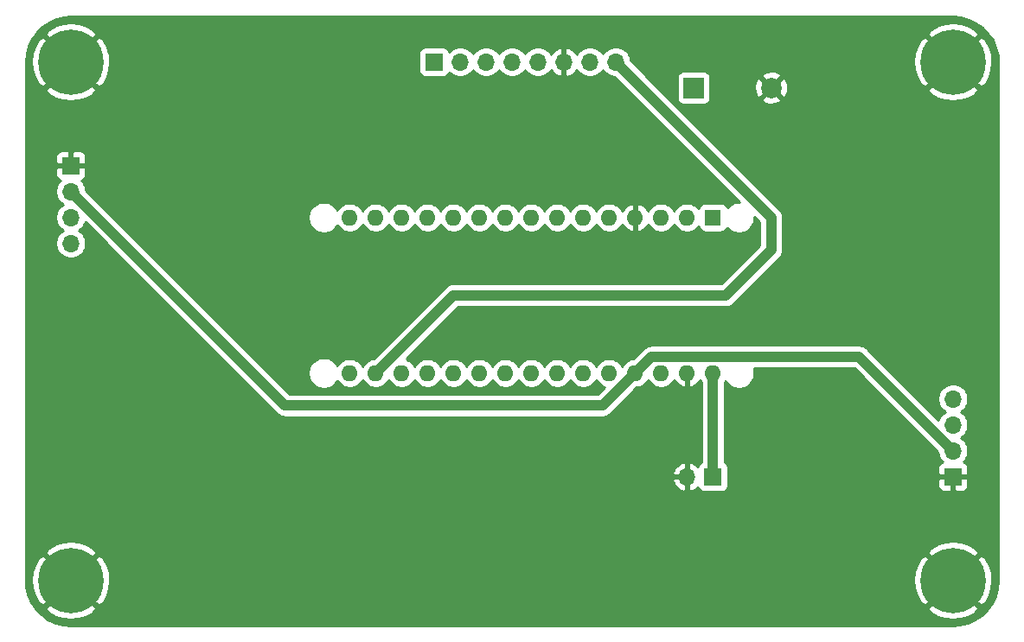
<source format=gbr>
%TF.GenerationSoftware,KiCad,Pcbnew,(5.1.6)-1*%
%TF.CreationDate,2020-10-11T10:25:28+02:00*%
%TF.ProjectId,CaptureTheFlag,43617074-7572-4655-9468-65466c61672e,rev?*%
%TF.SameCoordinates,Original*%
%TF.FileFunction,Copper,L2,Bot*%
%TF.FilePolarity,Positive*%
%FSLAX46Y46*%
G04 Gerber Fmt 4.6, Leading zero omitted, Abs format (unit mm)*
G04 Created by KiCad (PCBNEW (5.1.6)-1) date 2020-10-11 10:25:28*
%MOMM*%
%LPD*%
G01*
G04 APERTURE LIST*
%TA.AperFunction,ComponentPad*%
%ADD10R,1.700000X1.700000*%
%TD*%
%TA.AperFunction,ComponentPad*%
%ADD11O,1.700000X1.700000*%
%TD*%
%TA.AperFunction,ComponentPad*%
%ADD12R,1.600000X1.600000*%
%TD*%
%TA.AperFunction,ComponentPad*%
%ADD13O,1.600000X1.600000*%
%TD*%
%TA.AperFunction,ComponentPad*%
%ADD14R,2.000000X2.000000*%
%TD*%
%TA.AperFunction,ComponentPad*%
%ADD15C,2.000000*%
%TD*%
%TA.AperFunction,ComponentPad*%
%ADD16C,6.400000*%
%TD*%
%TA.AperFunction,ComponentPad*%
%ADD17C,0.800000*%
%TD*%
%TA.AperFunction,ViaPad*%
%ADD18C,0.800000*%
%TD*%
%TA.AperFunction,Conductor*%
%ADD19C,1.000000*%
%TD*%
%TA.AperFunction,Conductor*%
%ADD20C,0.254000*%
%TD*%
G04 APERTURE END LIST*
D10*
%TO.P,J3,1*%
%TO.N,SPI_SDA*%
X154940000Y-88900000D03*
D11*
%TO.P,J3,2*%
%TO.N,SPI_SCK*%
X157480000Y-88900000D03*
%TO.P,J3,3*%
%TO.N,SPI_MOSI*%
X160020000Y-88900000D03*
%TO.P,J3,4*%
%TO.N,SPI_MISO*%
X162560000Y-88900000D03*
%TO.P,J3,5*%
%TO.N,Net-(J3-Pad5)*%
X165100000Y-88900000D03*
%TO.P,J3,6*%
%TO.N,GND*%
X167640000Y-88900000D03*
%TO.P,J3,7*%
%TO.N,SPI_RST*%
X170180000Y-88900000D03*
%TO.P,J3,8*%
%TO.N,3.3V*%
X172720000Y-88900000D03*
%TD*%
D12*
%TO.P,A1,1*%
%TO.N,Net-(A1-Pad1)*%
X182245000Y-104140000D03*
D13*
%TO.P,A1,17*%
%TO.N,3.3V*%
X149225000Y-119380000D03*
%TO.P,A1,2*%
%TO.N,Net-(A1-Pad2)*%
X179705000Y-104140000D03*
%TO.P,A1,18*%
%TO.N,Net-(A1-Pad18)*%
X151765000Y-119380000D03*
%TO.P,A1,3*%
%TO.N,Net-(A1-Pad3)*%
X177165000Y-104140000D03*
%TO.P,A1,19*%
%TO.N,Net-(A1-Pad19)*%
X154305000Y-119380000D03*
%TO.P,A1,4*%
%TO.N,GND*%
X174625000Y-104140000D03*
%TO.P,A1,20*%
%TO.N,Net-(A1-Pad20)*%
X156845000Y-119380000D03*
%TO.P,A1,5*%
%TO.N,Net-(A1-Pad5)*%
X172085000Y-104140000D03*
%TO.P,A1,21*%
%TO.N,Net-(A1-Pad21)*%
X159385000Y-119380000D03*
%TO.P,A1,6*%
%TO.N,Net-(A1-Pad6)*%
X169545000Y-104140000D03*
%TO.P,A1,22*%
%TO.N,Net-(A1-Pad22)*%
X161925000Y-119380000D03*
%TO.P,A1,7*%
%TO.N,Net-(A1-Pad7)*%
X167005000Y-104140000D03*
%TO.P,A1,23*%
%TO.N,I2C_SDA*%
X164465000Y-119380000D03*
%TO.P,A1,8*%
%TO.N,Net-(A1-Pad8)*%
X164465000Y-104140000D03*
%TO.P,A1,24*%
%TO.N,I2C_SCL*%
X167005000Y-119380000D03*
%TO.P,A1,9*%
%TO.N,Net-(A1-Pad9)*%
X161925000Y-104140000D03*
%TO.P,A1,25*%
%TO.N,Net-(A1-Pad25)*%
X169545000Y-119380000D03*
%TO.P,A1,10*%
%TO.N,Net-(A1-Pad10)*%
X159385000Y-104140000D03*
%TO.P,A1,26*%
%TO.N,Net-(A1-Pad26)*%
X172085000Y-119380000D03*
%TO.P,A1,11*%
%TO.N,Net-(A1-Pad11)*%
X156845000Y-104140000D03*
%TO.P,A1,27*%
%TO.N,5V*%
X174625000Y-119380000D03*
%TO.P,A1,12*%
%TO.N,SPI_RST*%
X154305000Y-104140000D03*
%TO.P,A1,28*%
%TO.N,Net-(A1-Pad28)*%
X177165000Y-119380000D03*
%TO.P,A1,13*%
%TO.N,SPI_SDA*%
X151765000Y-104140000D03*
%TO.P,A1,29*%
%TO.N,GND*%
X179705000Y-119380000D03*
%TO.P,A1,14*%
%TO.N,SPI_MOSI*%
X149225000Y-104140000D03*
%TO.P,A1,30*%
%TO.N,VIN*%
X182245000Y-119380000D03*
%TO.P,A1,15*%
%TO.N,SPI_MISO*%
X146685000Y-104140000D03*
%TO.P,A1,16*%
%TO.N,SPI_SCK*%
X146685000Y-119380000D03*
%TD*%
D14*
%TO.P,BZ1,1*%
%TO.N,Net-(A1-Pad8)*%
X180340000Y-91440000D03*
D15*
%TO.P,BZ1,2*%
%TO.N,GND*%
X187940000Y-91440000D03*
%TD*%
D16*
%TO.P,H1,1*%
%TO.N,GND*%
X205740000Y-88900000D03*
D17*
X208140000Y-88900000D03*
X207437056Y-90597056D03*
X205740000Y-91300000D03*
X204042944Y-90597056D03*
X203340000Y-88900000D03*
X204042944Y-87202944D03*
X205740000Y-86500000D03*
X207437056Y-87202944D03*
%TD*%
%TO.P,H2,1*%
%TO.N,GND*%
X207437056Y-138002944D03*
X205740000Y-137300000D03*
X204042944Y-138002944D03*
X203340000Y-139700000D03*
X204042944Y-141397056D03*
X205740000Y-142100000D03*
X207437056Y-141397056D03*
X208140000Y-139700000D03*
D16*
X205740000Y-139700000D03*
%TD*%
%TO.P,H3,1*%
%TO.N,GND*%
X119380000Y-139700000D03*
D17*
X121780000Y-139700000D03*
X121077056Y-141397056D03*
X119380000Y-142100000D03*
X117682944Y-141397056D03*
X116980000Y-139700000D03*
X117682944Y-138002944D03*
X119380000Y-137300000D03*
X121077056Y-138002944D03*
%TD*%
%TO.P,H4,1*%
%TO.N,GND*%
X121077056Y-87202944D03*
X119380000Y-86500000D03*
X117682944Y-87202944D03*
X116980000Y-88900000D03*
X117682944Y-90597056D03*
X119380000Y-91300000D03*
X121077056Y-90597056D03*
X121780000Y-88900000D03*
D16*
X119380000Y-88900000D03*
%TD*%
D10*
%TO.P,J1,1*%
%TO.N,GND*%
X205740000Y-129540000D03*
D11*
%TO.P,J1,2*%
%TO.N,5V*%
X205740000Y-127000000D03*
%TO.P,J1,3*%
%TO.N,I2C_SDA*%
X205740000Y-124460000D03*
%TO.P,J1,4*%
%TO.N,I2C_SCL*%
X205740000Y-121920000D03*
%TD*%
%TO.P,J2,4*%
%TO.N,I2C_SCL*%
X119380000Y-106680000D03*
%TO.P,J2,3*%
%TO.N,I2C_SDA*%
X119380000Y-104140000D03*
%TO.P,J2,2*%
%TO.N,5V*%
X119380000Y-101600000D03*
D10*
%TO.P,J2,1*%
%TO.N,GND*%
X119380000Y-99060000D03*
%TD*%
%TO.P,J4,1*%
%TO.N,VIN*%
X182245000Y-129540000D03*
D11*
%TO.P,J4,2*%
%TO.N,GND*%
X179705000Y-129540000D03*
%TD*%
D18*
%TO.N,GND*%
X127000000Y-88900000D03*
X127000000Y-93980000D03*
X127000000Y-99060000D03*
X132080000Y-93980000D03*
X132080000Y-88900000D03*
X137160000Y-88900000D03*
X142240000Y-88900000D03*
X142240000Y-93980000D03*
X137160000Y-93980000D03*
X137160000Y-99060000D03*
X132080000Y-99060000D03*
X132080000Y-104140000D03*
X137160000Y-104140000D03*
X137160000Y-109220000D03*
X127000000Y-121920000D03*
X127000000Y-127000000D03*
X127000000Y-132080000D03*
X127000000Y-137160000D03*
X132080000Y-137160000D03*
X132080000Y-132080000D03*
X132080000Y-127000000D03*
X137160000Y-132080000D03*
X137160000Y-137160000D03*
X142240000Y-137160000D03*
X142240000Y-132080000D03*
X152400000Y-137160000D03*
X152400000Y-132080000D03*
X157480000Y-132080000D03*
X162560000Y-132080000D03*
X167640000Y-132080000D03*
X172720000Y-132080000D03*
X157480000Y-137160000D03*
X198120000Y-137160000D03*
X198120000Y-132080000D03*
X193040000Y-132080000D03*
X187960000Y-132080000D03*
X187960000Y-127000000D03*
X193040000Y-127000000D03*
X198120000Y-127000000D03*
X193040000Y-121920000D03*
X193040000Y-111760000D03*
X193040000Y-106680000D03*
X193040000Y-101600000D03*
X193040000Y-96520000D03*
X193040000Y-91440000D03*
X198120000Y-91440000D03*
X198120000Y-96520000D03*
X198120000Y-101600000D03*
X198120000Y-106680000D03*
X198120000Y-111760000D03*
X203200000Y-111760000D03*
X203200000Y-106680000D03*
X203200000Y-101600000D03*
X203200000Y-96520000D03*
X121920000Y-132080000D03*
X121920000Y-127000000D03*
X121920000Y-121920000D03*
X121920000Y-116840000D03*
X142240000Y-109220000D03*
X142240000Y-99060000D03*
X147320000Y-109220000D03*
X152400000Y-109220000D03*
X157480000Y-109220000D03*
X162560000Y-109220000D03*
X167640000Y-109220000D03*
X172720000Y-109220000D03*
X177800000Y-109220000D03*
X182880000Y-109220000D03*
X182880000Y-114300000D03*
X177800000Y-114300000D03*
X172720000Y-114300000D03*
X167640000Y-114300000D03*
X162560000Y-114300000D03*
X147320000Y-114300000D03*
X142240000Y-114300000D03*
X152400000Y-93980000D03*
X157480000Y-93980000D03*
X152400000Y-99060000D03*
X205740000Y-118872000D03*
X172720000Y-99060000D03*
X177800000Y-99060000D03*
X162560000Y-99060000D03*
X167640000Y-93980000D03*
X172720000Y-93980000D03*
X167640000Y-99060000D03*
X172720000Y-127000000D03*
X167640000Y-127000000D03*
X162560000Y-127000000D03*
%TD*%
D19*
%TO.N,3.3V*%
X156845000Y-111760000D02*
X149225000Y-119380000D01*
X183515000Y-111760000D02*
X156845000Y-111760000D01*
X187960000Y-107315000D02*
X183515000Y-111760000D01*
X172720000Y-88900000D02*
X187960000Y-104140000D01*
X187960000Y-104140000D02*
X187960000Y-107315000D01*
%TO.N,5V*%
X171450000Y-122555000D02*
X174625000Y-119380000D01*
X119380000Y-101600000D02*
X140335000Y-122555000D01*
X140335000Y-122555000D02*
X171450000Y-122555000D01*
X176215001Y-117789999D02*
X174625000Y-119380000D01*
X196529999Y-117789999D02*
X176215001Y-117789999D01*
X205740000Y-127000000D02*
X196529999Y-117789999D01*
%TO.N,VIN*%
X182245000Y-129540000D02*
X182245000Y-119380000D01*
%TD*%
D20*
%TO.N,GND*%
G36*
X206522249Y-84552437D02*
G01*
X207279774Y-84759672D01*
X207988625Y-85097777D01*
X208626404Y-85556067D01*
X209172946Y-86120055D01*
X209610977Y-86771913D01*
X209926651Y-87491038D01*
X210111206Y-88259768D01*
X210160001Y-88924221D01*
X210160000Y-139670608D01*
X210087563Y-140482249D01*
X209880328Y-141239774D01*
X209542221Y-141948627D01*
X209083928Y-142586410D01*
X208519945Y-143132946D01*
X207868085Y-143570978D01*
X207148963Y-143886651D01*
X206380232Y-144071206D01*
X205715792Y-144120000D01*
X119409392Y-144120000D01*
X118597751Y-144047563D01*
X117840226Y-143840328D01*
X117131373Y-143502221D01*
X116493590Y-143043928D01*
X115947054Y-142479945D01*
X115893926Y-142400881D01*
X116858724Y-142400881D01*
X117218912Y-142890548D01*
X117882882Y-143250849D01*
X118604385Y-143474694D01*
X119355695Y-143553480D01*
X120107938Y-143484178D01*
X120832208Y-143269452D01*
X121500670Y-142917555D01*
X121541088Y-142890548D01*
X121901276Y-142400881D01*
X203218724Y-142400881D01*
X203578912Y-142890548D01*
X204242882Y-143250849D01*
X204964385Y-143474694D01*
X205715695Y-143553480D01*
X206467938Y-143484178D01*
X207192208Y-143269452D01*
X207860670Y-142917555D01*
X207901088Y-142890548D01*
X208261276Y-142400881D01*
X205740000Y-139879605D01*
X203218724Y-142400881D01*
X121901276Y-142400881D01*
X119380000Y-139879605D01*
X116858724Y-142400881D01*
X115893926Y-142400881D01*
X115509022Y-141828085D01*
X115193349Y-141108963D01*
X115008794Y-140340232D01*
X114960000Y-139675792D01*
X114960000Y-139675695D01*
X115526520Y-139675695D01*
X115595822Y-140427938D01*
X115810548Y-141152208D01*
X116162445Y-141820670D01*
X116189452Y-141861088D01*
X116679119Y-142221276D01*
X119200395Y-139700000D01*
X119559605Y-139700000D01*
X122080881Y-142221276D01*
X122570548Y-141861088D01*
X122930849Y-141197118D01*
X123154694Y-140475615D01*
X123233480Y-139724305D01*
X123229002Y-139675695D01*
X201886520Y-139675695D01*
X201955822Y-140427938D01*
X202170548Y-141152208D01*
X202522445Y-141820670D01*
X202549452Y-141861088D01*
X203039119Y-142221276D01*
X205560395Y-139700000D01*
X205919605Y-139700000D01*
X208440881Y-142221276D01*
X208930548Y-141861088D01*
X209290849Y-141197118D01*
X209514694Y-140475615D01*
X209593480Y-139724305D01*
X209524178Y-138972062D01*
X209309452Y-138247792D01*
X208957555Y-137579330D01*
X208930548Y-137538912D01*
X208440881Y-137178724D01*
X205919605Y-139700000D01*
X205560395Y-139700000D01*
X203039119Y-137178724D01*
X202549452Y-137538912D01*
X202189151Y-138202882D01*
X201965306Y-138924385D01*
X201886520Y-139675695D01*
X123229002Y-139675695D01*
X123164178Y-138972062D01*
X122949452Y-138247792D01*
X122597555Y-137579330D01*
X122570548Y-137538912D01*
X122080881Y-137178724D01*
X119559605Y-139700000D01*
X119200395Y-139700000D01*
X116679119Y-137178724D01*
X116189452Y-137538912D01*
X115829151Y-138202882D01*
X115605306Y-138924385D01*
X115526520Y-139675695D01*
X114960000Y-139675695D01*
X114960000Y-136999119D01*
X116858724Y-136999119D01*
X119380000Y-139520395D01*
X121901276Y-136999119D01*
X203218724Y-136999119D01*
X205740000Y-139520395D01*
X208261276Y-136999119D01*
X207901088Y-136509452D01*
X207237118Y-136149151D01*
X206515615Y-135925306D01*
X205764305Y-135846520D01*
X205012062Y-135915822D01*
X204287792Y-136130548D01*
X203619330Y-136482445D01*
X203578912Y-136509452D01*
X203218724Y-136999119D01*
X121901276Y-136999119D01*
X121541088Y-136509452D01*
X120877118Y-136149151D01*
X120155615Y-135925306D01*
X119404305Y-135846520D01*
X118652062Y-135915822D01*
X117927792Y-136130548D01*
X117259330Y-136482445D01*
X117218912Y-136509452D01*
X116858724Y-136999119D01*
X114960000Y-136999119D01*
X114960000Y-129896891D01*
X178263519Y-129896891D01*
X178360843Y-130171252D01*
X178509822Y-130421355D01*
X178704731Y-130637588D01*
X178938080Y-130811641D01*
X179200901Y-130936825D01*
X179348110Y-130981476D01*
X179578000Y-130860155D01*
X179578000Y-129667000D01*
X178384186Y-129667000D01*
X178263519Y-129896891D01*
X114960000Y-129896891D01*
X114960000Y-129183109D01*
X178263519Y-129183109D01*
X178384186Y-129413000D01*
X179578000Y-129413000D01*
X179578000Y-128219845D01*
X179348110Y-128098524D01*
X179200901Y-128143175D01*
X178938080Y-128268359D01*
X178704731Y-128442412D01*
X178509822Y-128658645D01*
X178360843Y-128908748D01*
X178263519Y-129183109D01*
X114960000Y-129183109D01*
X114960000Y-99910000D01*
X117891928Y-99910000D01*
X117904188Y-100034482D01*
X117940498Y-100154180D01*
X117999463Y-100264494D01*
X118078815Y-100361185D01*
X118175506Y-100440537D01*
X118285820Y-100499502D01*
X118358380Y-100521513D01*
X118226525Y-100653368D01*
X118064010Y-100896589D01*
X117952068Y-101166842D01*
X117895000Y-101453740D01*
X117895000Y-101746260D01*
X117952068Y-102033158D01*
X118064010Y-102303411D01*
X118226525Y-102546632D01*
X118433368Y-102753475D01*
X118607760Y-102870000D01*
X118433368Y-102986525D01*
X118226525Y-103193368D01*
X118064010Y-103436589D01*
X117952068Y-103706842D01*
X117895000Y-103993740D01*
X117895000Y-104286260D01*
X117952068Y-104573158D01*
X118064010Y-104843411D01*
X118226525Y-105086632D01*
X118433368Y-105293475D01*
X118607760Y-105410000D01*
X118433368Y-105526525D01*
X118226525Y-105733368D01*
X118064010Y-105976589D01*
X117952068Y-106246842D01*
X117895000Y-106533740D01*
X117895000Y-106826260D01*
X117952068Y-107113158D01*
X118064010Y-107383411D01*
X118226525Y-107626632D01*
X118433368Y-107833475D01*
X118676589Y-107995990D01*
X118946842Y-108107932D01*
X119233740Y-108165000D01*
X119526260Y-108165000D01*
X119813158Y-108107932D01*
X120083411Y-107995990D01*
X120326632Y-107833475D01*
X120533475Y-107626632D01*
X120695990Y-107383411D01*
X120807932Y-107113158D01*
X120865000Y-106826260D01*
X120865000Y-106533740D01*
X120807932Y-106246842D01*
X120695990Y-105976589D01*
X120533475Y-105733368D01*
X120326632Y-105526525D01*
X120152240Y-105410000D01*
X120326632Y-105293475D01*
X120533475Y-105086632D01*
X120695990Y-104843411D01*
X120790386Y-104615517D01*
X139493009Y-123318141D01*
X139528551Y-123361449D01*
X139701377Y-123503284D01*
X139898553Y-123608676D01*
X140062705Y-123658471D01*
X140112500Y-123673577D01*
X140133493Y-123675644D01*
X140279248Y-123690000D01*
X140279255Y-123690000D01*
X140334999Y-123695490D01*
X140390743Y-123690000D01*
X171394249Y-123690000D01*
X171450000Y-123695491D01*
X171505751Y-123690000D01*
X171505752Y-123690000D01*
X171672499Y-123673577D01*
X171886447Y-123608676D01*
X172083623Y-123503284D01*
X172256449Y-123361449D01*
X172291996Y-123318135D01*
X174802282Y-120807850D01*
X175043574Y-120759853D01*
X175304727Y-120651680D01*
X175539759Y-120494637D01*
X175739637Y-120294759D01*
X175895000Y-120062241D01*
X176050363Y-120294759D01*
X176250241Y-120494637D01*
X176485273Y-120651680D01*
X176746426Y-120759853D01*
X177023665Y-120815000D01*
X177306335Y-120815000D01*
X177583574Y-120759853D01*
X177844727Y-120651680D01*
X178079759Y-120494637D01*
X178279637Y-120294759D01*
X178436680Y-120059727D01*
X178441067Y-120049135D01*
X178552615Y-120235131D01*
X178741586Y-120443519D01*
X178967580Y-120611037D01*
X179221913Y-120731246D01*
X179355961Y-120771904D01*
X179578000Y-120649915D01*
X179578000Y-119507000D01*
X179558000Y-119507000D01*
X179558000Y-119253000D01*
X179578000Y-119253000D01*
X179578000Y-119233000D01*
X179832000Y-119233000D01*
X179832000Y-119253000D01*
X179852000Y-119253000D01*
X179852000Y-119507000D01*
X179832000Y-119507000D01*
X179832000Y-120649915D01*
X180054039Y-120771904D01*
X180188087Y-120731246D01*
X180442420Y-120611037D01*
X180668414Y-120443519D01*
X180857385Y-120235131D01*
X180968933Y-120049135D01*
X180973320Y-120059727D01*
X181110001Y-120264285D01*
X181110000Y-128122317D01*
X181040506Y-128159463D01*
X180943815Y-128238815D01*
X180864463Y-128335506D01*
X180805498Y-128445820D01*
X180781034Y-128526466D01*
X180705269Y-128442412D01*
X180471920Y-128268359D01*
X180209099Y-128143175D01*
X180061890Y-128098524D01*
X179832000Y-128219845D01*
X179832000Y-129413000D01*
X179852000Y-129413000D01*
X179852000Y-129667000D01*
X179832000Y-129667000D01*
X179832000Y-130860155D01*
X180061890Y-130981476D01*
X180209099Y-130936825D01*
X180471920Y-130811641D01*
X180705269Y-130637588D01*
X180781034Y-130553534D01*
X180805498Y-130634180D01*
X180864463Y-130744494D01*
X180943815Y-130841185D01*
X181040506Y-130920537D01*
X181150820Y-130979502D01*
X181270518Y-131015812D01*
X181395000Y-131028072D01*
X183095000Y-131028072D01*
X183219482Y-131015812D01*
X183339180Y-130979502D01*
X183449494Y-130920537D01*
X183546185Y-130841185D01*
X183625537Y-130744494D01*
X183684502Y-130634180D01*
X183720812Y-130514482D01*
X183733072Y-130390000D01*
X204251928Y-130390000D01*
X204264188Y-130514482D01*
X204300498Y-130634180D01*
X204359463Y-130744494D01*
X204438815Y-130841185D01*
X204535506Y-130920537D01*
X204645820Y-130979502D01*
X204765518Y-131015812D01*
X204890000Y-131028072D01*
X205454250Y-131025000D01*
X205613000Y-130866250D01*
X205613000Y-129667000D01*
X205867000Y-129667000D01*
X205867000Y-130866250D01*
X206025750Y-131025000D01*
X206590000Y-131028072D01*
X206714482Y-131015812D01*
X206834180Y-130979502D01*
X206944494Y-130920537D01*
X207041185Y-130841185D01*
X207120537Y-130744494D01*
X207179502Y-130634180D01*
X207215812Y-130514482D01*
X207228072Y-130390000D01*
X207225000Y-129825750D01*
X207066250Y-129667000D01*
X205867000Y-129667000D01*
X205613000Y-129667000D01*
X204413750Y-129667000D01*
X204255000Y-129825750D01*
X204251928Y-130390000D01*
X183733072Y-130390000D01*
X183733072Y-128690000D01*
X183720812Y-128565518D01*
X183684502Y-128445820D01*
X183625537Y-128335506D01*
X183546185Y-128238815D01*
X183449494Y-128159463D01*
X183380000Y-128122317D01*
X183380000Y-120264284D01*
X183460879Y-120143240D01*
X183600455Y-120352131D01*
X183812869Y-120564545D01*
X184062642Y-120731438D01*
X184340174Y-120846395D01*
X184634801Y-120905000D01*
X184935199Y-120905000D01*
X185229826Y-120846395D01*
X185507358Y-120731438D01*
X185757131Y-120564545D01*
X185969545Y-120352131D01*
X186136438Y-120102358D01*
X186251395Y-119824826D01*
X186310000Y-119530199D01*
X186310000Y-119229801D01*
X186251395Y-118935174D01*
X186247180Y-118924999D01*
X196059868Y-118924999D01*
X204255000Y-127120132D01*
X204255000Y-127146260D01*
X204312068Y-127433158D01*
X204424010Y-127703411D01*
X204586525Y-127946632D01*
X204718380Y-128078487D01*
X204645820Y-128100498D01*
X204535506Y-128159463D01*
X204438815Y-128238815D01*
X204359463Y-128335506D01*
X204300498Y-128445820D01*
X204264188Y-128565518D01*
X204251928Y-128690000D01*
X204255000Y-129254250D01*
X204413750Y-129413000D01*
X205613000Y-129413000D01*
X205613000Y-129393000D01*
X205867000Y-129393000D01*
X205867000Y-129413000D01*
X207066250Y-129413000D01*
X207225000Y-129254250D01*
X207228072Y-128690000D01*
X207215812Y-128565518D01*
X207179502Y-128445820D01*
X207120537Y-128335506D01*
X207041185Y-128238815D01*
X206944494Y-128159463D01*
X206834180Y-128100498D01*
X206761620Y-128078487D01*
X206893475Y-127946632D01*
X207055990Y-127703411D01*
X207167932Y-127433158D01*
X207225000Y-127146260D01*
X207225000Y-126853740D01*
X207167932Y-126566842D01*
X207055990Y-126296589D01*
X206893475Y-126053368D01*
X206686632Y-125846525D01*
X206512240Y-125730000D01*
X206686632Y-125613475D01*
X206893475Y-125406632D01*
X207055990Y-125163411D01*
X207167932Y-124893158D01*
X207225000Y-124606260D01*
X207225000Y-124313740D01*
X207167932Y-124026842D01*
X207055990Y-123756589D01*
X206893475Y-123513368D01*
X206686632Y-123306525D01*
X206512240Y-123190000D01*
X206686632Y-123073475D01*
X206893475Y-122866632D01*
X207055990Y-122623411D01*
X207167932Y-122353158D01*
X207225000Y-122066260D01*
X207225000Y-121773740D01*
X207167932Y-121486842D01*
X207055990Y-121216589D01*
X206893475Y-120973368D01*
X206686632Y-120766525D01*
X206443411Y-120604010D01*
X206173158Y-120492068D01*
X205886260Y-120435000D01*
X205593740Y-120435000D01*
X205306842Y-120492068D01*
X205036589Y-120604010D01*
X204793368Y-120766525D01*
X204586525Y-120973368D01*
X204424010Y-121216589D01*
X204312068Y-121486842D01*
X204255000Y-121773740D01*
X204255000Y-122066260D01*
X204312068Y-122353158D01*
X204424010Y-122623411D01*
X204586525Y-122866632D01*
X204793368Y-123073475D01*
X204967760Y-123190000D01*
X204793368Y-123306525D01*
X204586525Y-123513368D01*
X204424010Y-123756589D01*
X204329614Y-123984482D01*
X197371995Y-117026864D01*
X197336448Y-116983550D01*
X197163622Y-116841715D01*
X196966446Y-116736323D01*
X196752498Y-116671422D01*
X196585751Y-116654999D01*
X196585750Y-116654999D01*
X196529999Y-116649508D01*
X196474248Y-116654999D01*
X176270752Y-116654999D01*
X176215001Y-116649508D01*
X176159249Y-116654999D01*
X175992502Y-116671422D01*
X175778554Y-116736323D01*
X175581378Y-116841715D01*
X175408552Y-116983550D01*
X175373010Y-117026859D01*
X174447718Y-117952150D01*
X174206426Y-118000147D01*
X173945273Y-118108320D01*
X173710241Y-118265363D01*
X173510363Y-118465241D01*
X173355000Y-118697759D01*
X173199637Y-118465241D01*
X172999759Y-118265363D01*
X172764727Y-118108320D01*
X172503574Y-118000147D01*
X172226335Y-117945000D01*
X171943665Y-117945000D01*
X171666426Y-118000147D01*
X171405273Y-118108320D01*
X171170241Y-118265363D01*
X170970363Y-118465241D01*
X170815000Y-118697759D01*
X170659637Y-118465241D01*
X170459759Y-118265363D01*
X170224727Y-118108320D01*
X169963574Y-118000147D01*
X169686335Y-117945000D01*
X169403665Y-117945000D01*
X169126426Y-118000147D01*
X168865273Y-118108320D01*
X168630241Y-118265363D01*
X168430363Y-118465241D01*
X168275000Y-118697759D01*
X168119637Y-118465241D01*
X167919759Y-118265363D01*
X167684727Y-118108320D01*
X167423574Y-118000147D01*
X167146335Y-117945000D01*
X166863665Y-117945000D01*
X166586426Y-118000147D01*
X166325273Y-118108320D01*
X166090241Y-118265363D01*
X165890363Y-118465241D01*
X165735000Y-118697759D01*
X165579637Y-118465241D01*
X165379759Y-118265363D01*
X165144727Y-118108320D01*
X164883574Y-118000147D01*
X164606335Y-117945000D01*
X164323665Y-117945000D01*
X164046426Y-118000147D01*
X163785273Y-118108320D01*
X163550241Y-118265363D01*
X163350363Y-118465241D01*
X163195000Y-118697759D01*
X163039637Y-118465241D01*
X162839759Y-118265363D01*
X162604727Y-118108320D01*
X162343574Y-118000147D01*
X162066335Y-117945000D01*
X161783665Y-117945000D01*
X161506426Y-118000147D01*
X161245273Y-118108320D01*
X161010241Y-118265363D01*
X160810363Y-118465241D01*
X160655000Y-118697759D01*
X160499637Y-118465241D01*
X160299759Y-118265363D01*
X160064727Y-118108320D01*
X159803574Y-118000147D01*
X159526335Y-117945000D01*
X159243665Y-117945000D01*
X158966426Y-118000147D01*
X158705273Y-118108320D01*
X158470241Y-118265363D01*
X158270363Y-118465241D01*
X158115000Y-118697759D01*
X157959637Y-118465241D01*
X157759759Y-118265363D01*
X157524727Y-118108320D01*
X157263574Y-118000147D01*
X156986335Y-117945000D01*
X156703665Y-117945000D01*
X156426426Y-118000147D01*
X156165273Y-118108320D01*
X155930241Y-118265363D01*
X155730363Y-118465241D01*
X155575000Y-118697759D01*
X155419637Y-118465241D01*
X155219759Y-118265363D01*
X154984727Y-118108320D01*
X154723574Y-118000147D01*
X154446335Y-117945000D01*
X154163665Y-117945000D01*
X153886426Y-118000147D01*
X153625273Y-118108320D01*
X153390241Y-118265363D01*
X153190363Y-118465241D01*
X153035000Y-118697759D01*
X152879637Y-118465241D01*
X152679759Y-118265363D01*
X152444727Y-118108320D01*
X152202249Y-118007882D01*
X157315132Y-112895000D01*
X183459249Y-112895000D01*
X183515000Y-112900491D01*
X183570751Y-112895000D01*
X183570752Y-112895000D01*
X183737499Y-112878577D01*
X183951447Y-112813676D01*
X184148623Y-112708284D01*
X184321449Y-112566449D01*
X184356996Y-112523135D01*
X188723141Y-108156991D01*
X188766449Y-108121449D01*
X188908284Y-107948623D01*
X189013676Y-107751447D01*
X189078577Y-107537499D01*
X189095000Y-107370752D01*
X189095000Y-107370743D01*
X189100490Y-107315001D01*
X189095000Y-107259259D01*
X189095000Y-104195752D01*
X189100491Y-104140000D01*
X189078577Y-103917501D01*
X189013676Y-103703553D01*
X188908284Y-103506377D01*
X188801989Y-103376856D01*
X188801987Y-103376854D01*
X188766449Y-103333551D01*
X188723146Y-103298013D01*
X175865132Y-90440000D01*
X178701928Y-90440000D01*
X178701928Y-92440000D01*
X178714188Y-92564482D01*
X178750498Y-92684180D01*
X178809463Y-92794494D01*
X178888815Y-92891185D01*
X178985506Y-92970537D01*
X179095820Y-93029502D01*
X179215518Y-93065812D01*
X179340000Y-93078072D01*
X181340000Y-93078072D01*
X181464482Y-93065812D01*
X181584180Y-93029502D01*
X181694494Y-92970537D01*
X181791185Y-92891185D01*
X181870537Y-92794494D01*
X181929502Y-92684180D01*
X181962496Y-92575413D01*
X186984192Y-92575413D01*
X187079956Y-92839814D01*
X187369571Y-92980704D01*
X187681108Y-93062384D01*
X188002595Y-93081718D01*
X188321675Y-93037961D01*
X188626088Y-92932795D01*
X188800044Y-92839814D01*
X188895808Y-92575413D01*
X187940000Y-91619605D01*
X186984192Y-92575413D01*
X181962496Y-92575413D01*
X181965812Y-92564482D01*
X181978072Y-92440000D01*
X181978072Y-91502595D01*
X186298282Y-91502595D01*
X186342039Y-91821675D01*
X186447205Y-92126088D01*
X186540186Y-92300044D01*
X186804587Y-92395808D01*
X187760395Y-91440000D01*
X188119605Y-91440000D01*
X189075413Y-92395808D01*
X189339814Y-92300044D01*
X189480704Y-92010429D01*
X189562384Y-91698892D01*
X189568278Y-91600881D01*
X203218724Y-91600881D01*
X203578912Y-92090548D01*
X204242882Y-92450849D01*
X204964385Y-92674694D01*
X205715695Y-92753480D01*
X206467938Y-92684178D01*
X207192208Y-92469452D01*
X207860670Y-92117555D01*
X207901088Y-92090548D01*
X208261276Y-91600881D01*
X205740000Y-89079605D01*
X203218724Y-91600881D01*
X189568278Y-91600881D01*
X189581718Y-91377405D01*
X189537961Y-91058325D01*
X189432795Y-90753912D01*
X189339814Y-90579956D01*
X189075413Y-90484192D01*
X188119605Y-91440000D01*
X187760395Y-91440000D01*
X186804587Y-90484192D01*
X186540186Y-90579956D01*
X186399296Y-90869571D01*
X186317616Y-91181108D01*
X186298282Y-91502595D01*
X181978072Y-91502595D01*
X181978072Y-90440000D01*
X181965812Y-90315518D01*
X181962497Y-90304587D01*
X186984192Y-90304587D01*
X187940000Y-91260395D01*
X188895808Y-90304587D01*
X188800044Y-90040186D01*
X188510429Y-89899296D01*
X188198892Y-89817616D01*
X187877405Y-89798282D01*
X187558325Y-89842039D01*
X187253912Y-89947205D01*
X187079956Y-90040186D01*
X186984192Y-90304587D01*
X181962497Y-90304587D01*
X181929502Y-90195820D01*
X181870537Y-90085506D01*
X181791185Y-89988815D01*
X181694494Y-89909463D01*
X181584180Y-89850498D01*
X181464482Y-89814188D01*
X181340000Y-89801928D01*
X179340000Y-89801928D01*
X179215518Y-89814188D01*
X179095820Y-89850498D01*
X178985506Y-89909463D01*
X178888815Y-89988815D01*
X178809463Y-90085506D01*
X178750498Y-90195820D01*
X178714188Y-90315518D01*
X178701928Y-90440000D01*
X175865132Y-90440000D01*
X174300827Y-88875695D01*
X201886520Y-88875695D01*
X201955822Y-89627938D01*
X202170548Y-90352208D01*
X202522445Y-91020670D01*
X202549452Y-91061088D01*
X203039119Y-91421276D01*
X205560395Y-88900000D01*
X205919605Y-88900000D01*
X208440881Y-91421276D01*
X208930548Y-91061088D01*
X209290849Y-90397118D01*
X209514694Y-89675615D01*
X209593480Y-88924305D01*
X209524178Y-88172062D01*
X209309452Y-87447792D01*
X208957555Y-86779330D01*
X208930548Y-86738912D01*
X208440881Y-86378724D01*
X205919605Y-88900000D01*
X205560395Y-88900000D01*
X203039119Y-86378724D01*
X202549452Y-86738912D01*
X202189151Y-87402882D01*
X201965306Y-88124385D01*
X201886520Y-88875695D01*
X174300827Y-88875695D01*
X174205000Y-88779869D01*
X174205000Y-88753740D01*
X174147932Y-88466842D01*
X174035990Y-88196589D01*
X173873475Y-87953368D01*
X173666632Y-87746525D01*
X173423411Y-87584010D01*
X173153158Y-87472068D01*
X172866260Y-87415000D01*
X172573740Y-87415000D01*
X172286842Y-87472068D01*
X172016589Y-87584010D01*
X171773368Y-87746525D01*
X171566525Y-87953368D01*
X171450000Y-88127760D01*
X171333475Y-87953368D01*
X171126632Y-87746525D01*
X170883411Y-87584010D01*
X170613158Y-87472068D01*
X170326260Y-87415000D01*
X170033740Y-87415000D01*
X169746842Y-87472068D01*
X169476589Y-87584010D01*
X169233368Y-87746525D01*
X169026525Y-87953368D01*
X168904805Y-88135534D01*
X168835178Y-88018645D01*
X168640269Y-87802412D01*
X168406920Y-87628359D01*
X168144099Y-87503175D01*
X167996890Y-87458524D01*
X167767000Y-87579845D01*
X167767000Y-88773000D01*
X167787000Y-88773000D01*
X167787000Y-89027000D01*
X167767000Y-89027000D01*
X167767000Y-90220155D01*
X167996890Y-90341476D01*
X168144099Y-90296825D01*
X168406920Y-90171641D01*
X168640269Y-89997588D01*
X168835178Y-89781355D01*
X168904805Y-89664466D01*
X169026525Y-89846632D01*
X169233368Y-90053475D01*
X169476589Y-90215990D01*
X169746842Y-90327932D01*
X170033740Y-90385000D01*
X170326260Y-90385000D01*
X170613158Y-90327932D01*
X170883411Y-90215990D01*
X171126632Y-90053475D01*
X171333475Y-89846632D01*
X171450000Y-89672240D01*
X171566525Y-89846632D01*
X171773368Y-90053475D01*
X172016589Y-90215990D01*
X172286842Y-90327932D01*
X172573740Y-90385000D01*
X172599869Y-90385000D01*
X184829867Y-102615000D01*
X184634801Y-102615000D01*
X184340174Y-102673605D01*
X184062642Y-102788562D01*
X183812869Y-102955455D01*
X183643347Y-103124977D01*
X183634502Y-103095820D01*
X183575537Y-102985506D01*
X183496185Y-102888815D01*
X183399494Y-102809463D01*
X183289180Y-102750498D01*
X183169482Y-102714188D01*
X183045000Y-102701928D01*
X181445000Y-102701928D01*
X181320518Y-102714188D01*
X181200820Y-102750498D01*
X181090506Y-102809463D01*
X180993815Y-102888815D01*
X180914463Y-102985506D01*
X180855498Y-103095820D01*
X180819188Y-103215518D01*
X180818357Y-103223961D01*
X180619759Y-103025363D01*
X180384727Y-102868320D01*
X180123574Y-102760147D01*
X179846335Y-102705000D01*
X179563665Y-102705000D01*
X179286426Y-102760147D01*
X179025273Y-102868320D01*
X178790241Y-103025363D01*
X178590363Y-103225241D01*
X178435000Y-103457759D01*
X178279637Y-103225241D01*
X178079759Y-103025363D01*
X177844727Y-102868320D01*
X177583574Y-102760147D01*
X177306335Y-102705000D01*
X177023665Y-102705000D01*
X176746426Y-102760147D01*
X176485273Y-102868320D01*
X176250241Y-103025363D01*
X176050363Y-103225241D01*
X175893320Y-103460273D01*
X175888933Y-103470865D01*
X175777385Y-103284869D01*
X175588414Y-103076481D01*
X175362420Y-102908963D01*
X175108087Y-102788754D01*
X174974039Y-102748096D01*
X174752000Y-102870085D01*
X174752000Y-104013000D01*
X174772000Y-104013000D01*
X174772000Y-104267000D01*
X174752000Y-104267000D01*
X174752000Y-105409915D01*
X174974039Y-105531904D01*
X175108087Y-105491246D01*
X175362420Y-105371037D01*
X175588414Y-105203519D01*
X175777385Y-104995131D01*
X175888933Y-104809135D01*
X175893320Y-104819727D01*
X176050363Y-105054759D01*
X176250241Y-105254637D01*
X176485273Y-105411680D01*
X176746426Y-105519853D01*
X177023665Y-105575000D01*
X177306335Y-105575000D01*
X177583574Y-105519853D01*
X177844727Y-105411680D01*
X178079759Y-105254637D01*
X178279637Y-105054759D01*
X178435000Y-104822241D01*
X178590363Y-105054759D01*
X178790241Y-105254637D01*
X179025273Y-105411680D01*
X179286426Y-105519853D01*
X179563665Y-105575000D01*
X179846335Y-105575000D01*
X180123574Y-105519853D01*
X180384727Y-105411680D01*
X180619759Y-105254637D01*
X180818357Y-105056039D01*
X180819188Y-105064482D01*
X180855498Y-105184180D01*
X180914463Y-105294494D01*
X180993815Y-105391185D01*
X181090506Y-105470537D01*
X181200820Y-105529502D01*
X181320518Y-105565812D01*
X181445000Y-105578072D01*
X183045000Y-105578072D01*
X183169482Y-105565812D01*
X183289180Y-105529502D01*
X183399494Y-105470537D01*
X183496185Y-105391185D01*
X183575537Y-105294494D01*
X183634502Y-105184180D01*
X183643347Y-105155023D01*
X183812869Y-105324545D01*
X184062642Y-105491438D01*
X184340174Y-105606395D01*
X184634801Y-105665000D01*
X184935199Y-105665000D01*
X185229826Y-105606395D01*
X185507358Y-105491438D01*
X185757131Y-105324545D01*
X185969545Y-105112131D01*
X186136438Y-104862358D01*
X186251395Y-104584826D01*
X186310000Y-104290199D01*
X186310000Y-104095133D01*
X186825000Y-104610133D01*
X186825001Y-106844867D01*
X183044869Y-110625000D01*
X156900741Y-110625000D01*
X156844999Y-110619510D01*
X156789257Y-110625000D01*
X156789248Y-110625000D01*
X156622501Y-110641423D01*
X156408553Y-110706324D01*
X156211377Y-110811716D01*
X156038551Y-110953551D01*
X156003011Y-110996857D01*
X149047719Y-117952150D01*
X148806426Y-118000147D01*
X148545273Y-118108320D01*
X148310241Y-118265363D01*
X148110363Y-118465241D01*
X147955000Y-118697759D01*
X147799637Y-118465241D01*
X147599759Y-118265363D01*
X147364727Y-118108320D01*
X147103574Y-118000147D01*
X146826335Y-117945000D01*
X146543665Y-117945000D01*
X146266426Y-118000147D01*
X146005273Y-118108320D01*
X145770241Y-118265363D01*
X145570363Y-118465241D01*
X145469121Y-118616760D01*
X145329545Y-118407869D01*
X145117131Y-118195455D01*
X144867358Y-118028562D01*
X144589826Y-117913605D01*
X144295199Y-117855000D01*
X143994801Y-117855000D01*
X143700174Y-117913605D01*
X143422642Y-118028562D01*
X143172869Y-118195455D01*
X142960455Y-118407869D01*
X142793562Y-118657642D01*
X142678605Y-118935174D01*
X142620000Y-119229801D01*
X142620000Y-119530199D01*
X142678605Y-119824826D01*
X142793562Y-120102358D01*
X142960455Y-120352131D01*
X143172869Y-120564545D01*
X143422642Y-120731438D01*
X143700174Y-120846395D01*
X143994801Y-120905000D01*
X144295199Y-120905000D01*
X144589826Y-120846395D01*
X144867358Y-120731438D01*
X145117131Y-120564545D01*
X145329545Y-120352131D01*
X145469121Y-120143240D01*
X145570363Y-120294759D01*
X145770241Y-120494637D01*
X146005273Y-120651680D01*
X146266426Y-120759853D01*
X146543665Y-120815000D01*
X146826335Y-120815000D01*
X147103574Y-120759853D01*
X147364727Y-120651680D01*
X147599759Y-120494637D01*
X147799637Y-120294759D01*
X147955000Y-120062241D01*
X148110363Y-120294759D01*
X148310241Y-120494637D01*
X148545273Y-120651680D01*
X148806426Y-120759853D01*
X149083665Y-120815000D01*
X149366335Y-120815000D01*
X149643574Y-120759853D01*
X149904727Y-120651680D01*
X150139759Y-120494637D01*
X150339637Y-120294759D01*
X150495000Y-120062241D01*
X150650363Y-120294759D01*
X150850241Y-120494637D01*
X151085273Y-120651680D01*
X151346426Y-120759853D01*
X151623665Y-120815000D01*
X151906335Y-120815000D01*
X152183574Y-120759853D01*
X152444727Y-120651680D01*
X152679759Y-120494637D01*
X152879637Y-120294759D01*
X153035000Y-120062241D01*
X153190363Y-120294759D01*
X153390241Y-120494637D01*
X153625273Y-120651680D01*
X153886426Y-120759853D01*
X154163665Y-120815000D01*
X154446335Y-120815000D01*
X154723574Y-120759853D01*
X154984727Y-120651680D01*
X155219759Y-120494637D01*
X155419637Y-120294759D01*
X155575000Y-120062241D01*
X155730363Y-120294759D01*
X155930241Y-120494637D01*
X156165273Y-120651680D01*
X156426426Y-120759853D01*
X156703665Y-120815000D01*
X156986335Y-120815000D01*
X157263574Y-120759853D01*
X157524727Y-120651680D01*
X157759759Y-120494637D01*
X157959637Y-120294759D01*
X158115000Y-120062241D01*
X158270363Y-120294759D01*
X158470241Y-120494637D01*
X158705273Y-120651680D01*
X158966426Y-120759853D01*
X159243665Y-120815000D01*
X159526335Y-120815000D01*
X159803574Y-120759853D01*
X160064727Y-120651680D01*
X160299759Y-120494637D01*
X160499637Y-120294759D01*
X160655000Y-120062241D01*
X160810363Y-120294759D01*
X161010241Y-120494637D01*
X161245273Y-120651680D01*
X161506426Y-120759853D01*
X161783665Y-120815000D01*
X162066335Y-120815000D01*
X162343574Y-120759853D01*
X162604727Y-120651680D01*
X162839759Y-120494637D01*
X163039637Y-120294759D01*
X163195000Y-120062241D01*
X163350363Y-120294759D01*
X163550241Y-120494637D01*
X163785273Y-120651680D01*
X164046426Y-120759853D01*
X164323665Y-120815000D01*
X164606335Y-120815000D01*
X164883574Y-120759853D01*
X165144727Y-120651680D01*
X165379759Y-120494637D01*
X165579637Y-120294759D01*
X165735000Y-120062241D01*
X165890363Y-120294759D01*
X166090241Y-120494637D01*
X166325273Y-120651680D01*
X166586426Y-120759853D01*
X166863665Y-120815000D01*
X167146335Y-120815000D01*
X167423574Y-120759853D01*
X167684727Y-120651680D01*
X167919759Y-120494637D01*
X168119637Y-120294759D01*
X168275000Y-120062241D01*
X168430363Y-120294759D01*
X168630241Y-120494637D01*
X168865273Y-120651680D01*
X169126426Y-120759853D01*
X169403665Y-120815000D01*
X169686335Y-120815000D01*
X169963574Y-120759853D01*
X170224727Y-120651680D01*
X170459759Y-120494637D01*
X170659637Y-120294759D01*
X170815000Y-120062241D01*
X170970363Y-120294759D01*
X171170241Y-120494637D01*
X171405273Y-120651680D01*
X171647751Y-120752118D01*
X170979869Y-121420000D01*
X140805132Y-121420000D01*
X123374933Y-103989801D01*
X142620000Y-103989801D01*
X142620000Y-104290199D01*
X142678605Y-104584826D01*
X142793562Y-104862358D01*
X142960455Y-105112131D01*
X143172869Y-105324545D01*
X143422642Y-105491438D01*
X143700174Y-105606395D01*
X143994801Y-105665000D01*
X144295199Y-105665000D01*
X144589826Y-105606395D01*
X144867358Y-105491438D01*
X145117131Y-105324545D01*
X145329545Y-105112131D01*
X145469121Y-104903240D01*
X145570363Y-105054759D01*
X145770241Y-105254637D01*
X146005273Y-105411680D01*
X146266426Y-105519853D01*
X146543665Y-105575000D01*
X146826335Y-105575000D01*
X147103574Y-105519853D01*
X147364727Y-105411680D01*
X147599759Y-105254637D01*
X147799637Y-105054759D01*
X147955000Y-104822241D01*
X148110363Y-105054759D01*
X148310241Y-105254637D01*
X148545273Y-105411680D01*
X148806426Y-105519853D01*
X149083665Y-105575000D01*
X149366335Y-105575000D01*
X149643574Y-105519853D01*
X149904727Y-105411680D01*
X150139759Y-105254637D01*
X150339637Y-105054759D01*
X150495000Y-104822241D01*
X150650363Y-105054759D01*
X150850241Y-105254637D01*
X151085273Y-105411680D01*
X151346426Y-105519853D01*
X151623665Y-105575000D01*
X151906335Y-105575000D01*
X152183574Y-105519853D01*
X152444727Y-105411680D01*
X152679759Y-105254637D01*
X152879637Y-105054759D01*
X153035000Y-104822241D01*
X153190363Y-105054759D01*
X153390241Y-105254637D01*
X153625273Y-105411680D01*
X153886426Y-105519853D01*
X154163665Y-105575000D01*
X154446335Y-105575000D01*
X154723574Y-105519853D01*
X154984727Y-105411680D01*
X155219759Y-105254637D01*
X155419637Y-105054759D01*
X155575000Y-104822241D01*
X155730363Y-105054759D01*
X155930241Y-105254637D01*
X156165273Y-105411680D01*
X156426426Y-105519853D01*
X156703665Y-105575000D01*
X156986335Y-105575000D01*
X157263574Y-105519853D01*
X157524727Y-105411680D01*
X157759759Y-105254637D01*
X157959637Y-105054759D01*
X158115000Y-104822241D01*
X158270363Y-105054759D01*
X158470241Y-105254637D01*
X158705273Y-105411680D01*
X158966426Y-105519853D01*
X159243665Y-105575000D01*
X159526335Y-105575000D01*
X159803574Y-105519853D01*
X160064727Y-105411680D01*
X160299759Y-105254637D01*
X160499637Y-105054759D01*
X160655000Y-104822241D01*
X160810363Y-105054759D01*
X161010241Y-105254637D01*
X161245273Y-105411680D01*
X161506426Y-105519853D01*
X161783665Y-105575000D01*
X162066335Y-105575000D01*
X162343574Y-105519853D01*
X162604727Y-105411680D01*
X162839759Y-105254637D01*
X163039637Y-105054759D01*
X163195000Y-104822241D01*
X163350363Y-105054759D01*
X163550241Y-105254637D01*
X163785273Y-105411680D01*
X164046426Y-105519853D01*
X164323665Y-105575000D01*
X164606335Y-105575000D01*
X164883574Y-105519853D01*
X165144727Y-105411680D01*
X165379759Y-105254637D01*
X165579637Y-105054759D01*
X165735000Y-104822241D01*
X165890363Y-105054759D01*
X166090241Y-105254637D01*
X166325273Y-105411680D01*
X166586426Y-105519853D01*
X166863665Y-105575000D01*
X167146335Y-105575000D01*
X167423574Y-105519853D01*
X167684727Y-105411680D01*
X167919759Y-105254637D01*
X168119637Y-105054759D01*
X168275000Y-104822241D01*
X168430363Y-105054759D01*
X168630241Y-105254637D01*
X168865273Y-105411680D01*
X169126426Y-105519853D01*
X169403665Y-105575000D01*
X169686335Y-105575000D01*
X169963574Y-105519853D01*
X170224727Y-105411680D01*
X170459759Y-105254637D01*
X170659637Y-105054759D01*
X170815000Y-104822241D01*
X170970363Y-105054759D01*
X171170241Y-105254637D01*
X171405273Y-105411680D01*
X171666426Y-105519853D01*
X171943665Y-105575000D01*
X172226335Y-105575000D01*
X172503574Y-105519853D01*
X172764727Y-105411680D01*
X172999759Y-105254637D01*
X173199637Y-105054759D01*
X173356680Y-104819727D01*
X173361067Y-104809135D01*
X173472615Y-104995131D01*
X173661586Y-105203519D01*
X173887580Y-105371037D01*
X174141913Y-105491246D01*
X174275961Y-105531904D01*
X174498000Y-105409915D01*
X174498000Y-104267000D01*
X174478000Y-104267000D01*
X174478000Y-104013000D01*
X174498000Y-104013000D01*
X174498000Y-102870085D01*
X174275961Y-102748096D01*
X174141913Y-102788754D01*
X173887580Y-102908963D01*
X173661586Y-103076481D01*
X173472615Y-103284869D01*
X173361067Y-103470865D01*
X173356680Y-103460273D01*
X173199637Y-103225241D01*
X172999759Y-103025363D01*
X172764727Y-102868320D01*
X172503574Y-102760147D01*
X172226335Y-102705000D01*
X171943665Y-102705000D01*
X171666426Y-102760147D01*
X171405273Y-102868320D01*
X171170241Y-103025363D01*
X170970363Y-103225241D01*
X170815000Y-103457759D01*
X170659637Y-103225241D01*
X170459759Y-103025363D01*
X170224727Y-102868320D01*
X169963574Y-102760147D01*
X169686335Y-102705000D01*
X169403665Y-102705000D01*
X169126426Y-102760147D01*
X168865273Y-102868320D01*
X168630241Y-103025363D01*
X168430363Y-103225241D01*
X168275000Y-103457759D01*
X168119637Y-103225241D01*
X167919759Y-103025363D01*
X167684727Y-102868320D01*
X167423574Y-102760147D01*
X167146335Y-102705000D01*
X166863665Y-102705000D01*
X166586426Y-102760147D01*
X166325273Y-102868320D01*
X166090241Y-103025363D01*
X165890363Y-103225241D01*
X165735000Y-103457759D01*
X165579637Y-103225241D01*
X165379759Y-103025363D01*
X165144727Y-102868320D01*
X164883574Y-102760147D01*
X164606335Y-102705000D01*
X164323665Y-102705000D01*
X164046426Y-102760147D01*
X163785273Y-102868320D01*
X163550241Y-103025363D01*
X163350363Y-103225241D01*
X163195000Y-103457759D01*
X163039637Y-103225241D01*
X162839759Y-103025363D01*
X162604727Y-102868320D01*
X162343574Y-102760147D01*
X162066335Y-102705000D01*
X161783665Y-102705000D01*
X161506426Y-102760147D01*
X161245273Y-102868320D01*
X161010241Y-103025363D01*
X160810363Y-103225241D01*
X160655000Y-103457759D01*
X160499637Y-103225241D01*
X160299759Y-103025363D01*
X160064727Y-102868320D01*
X159803574Y-102760147D01*
X159526335Y-102705000D01*
X159243665Y-102705000D01*
X158966426Y-102760147D01*
X158705273Y-102868320D01*
X158470241Y-103025363D01*
X158270363Y-103225241D01*
X158115000Y-103457759D01*
X157959637Y-103225241D01*
X157759759Y-103025363D01*
X157524727Y-102868320D01*
X157263574Y-102760147D01*
X156986335Y-102705000D01*
X156703665Y-102705000D01*
X156426426Y-102760147D01*
X156165273Y-102868320D01*
X155930241Y-103025363D01*
X155730363Y-103225241D01*
X155575000Y-103457759D01*
X155419637Y-103225241D01*
X155219759Y-103025363D01*
X154984727Y-102868320D01*
X154723574Y-102760147D01*
X154446335Y-102705000D01*
X154163665Y-102705000D01*
X153886426Y-102760147D01*
X153625273Y-102868320D01*
X153390241Y-103025363D01*
X153190363Y-103225241D01*
X153035000Y-103457759D01*
X152879637Y-103225241D01*
X152679759Y-103025363D01*
X152444727Y-102868320D01*
X152183574Y-102760147D01*
X151906335Y-102705000D01*
X151623665Y-102705000D01*
X151346426Y-102760147D01*
X151085273Y-102868320D01*
X150850241Y-103025363D01*
X150650363Y-103225241D01*
X150495000Y-103457759D01*
X150339637Y-103225241D01*
X150139759Y-103025363D01*
X149904727Y-102868320D01*
X149643574Y-102760147D01*
X149366335Y-102705000D01*
X149083665Y-102705000D01*
X148806426Y-102760147D01*
X148545273Y-102868320D01*
X148310241Y-103025363D01*
X148110363Y-103225241D01*
X147955000Y-103457759D01*
X147799637Y-103225241D01*
X147599759Y-103025363D01*
X147364727Y-102868320D01*
X147103574Y-102760147D01*
X146826335Y-102705000D01*
X146543665Y-102705000D01*
X146266426Y-102760147D01*
X146005273Y-102868320D01*
X145770241Y-103025363D01*
X145570363Y-103225241D01*
X145469121Y-103376760D01*
X145329545Y-103167869D01*
X145117131Y-102955455D01*
X144867358Y-102788562D01*
X144589826Y-102673605D01*
X144295199Y-102615000D01*
X143994801Y-102615000D01*
X143700174Y-102673605D01*
X143422642Y-102788562D01*
X143172869Y-102955455D01*
X142960455Y-103167869D01*
X142793562Y-103417642D01*
X142678605Y-103695174D01*
X142620000Y-103989801D01*
X123374933Y-103989801D01*
X120865000Y-101479869D01*
X120865000Y-101453740D01*
X120807932Y-101166842D01*
X120695990Y-100896589D01*
X120533475Y-100653368D01*
X120401620Y-100521513D01*
X120474180Y-100499502D01*
X120584494Y-100440537D01*
X120681185Y-100361185D01*
X120760537Y-100264494D01*
X120819502Y-100154180D01*
X120855812Y-100034482D01*
X120868072Y-99910000D01*
X120865000Y-99345750D01*
X120706250Y-99187000D01*
X119507000Y-99187000D01*
X119507000Y-99207000D01*
X119253000Y-99207000D01*
X119253000Y-99187000D01*
X118053750Y-99187000D01*
X117895000Y-99345750D01*
X117891928Y-99910000D01*
X114960000Y-99910000D01*
X114960000Y-98210000D01*
X117891928Y-98210000D01*
X117895000Y-98774250D01*
X118053750Y-98933000D01*
X119253000Y-98933000D01*
X119253000Y-97733750D01*
X119507000Y-97733750D01*
X119507000Y-98933000D01*
X120706250Y-98933000D01*
X120865000Y-98774250D01*
X120868072Y-98210000D01*
X120855812Y-98085518D01*
X120819502Y-97965820D01*
X120760537Y-97855506D01*
X120681185Y-97758815D01*
X120584494Y-97679463D01*
X120474180Y-97620498D01*
X120354482Y-97584188D01*
X120230000Y-97571928D01*
X119665750Y-97575000D01*
X119507000Y-97733750D01*
X119253000Y-97733750D01*
X119094250Y-97575000D01*
X118530000Y-97571928D01*
X118405518Y-97584188D01*
X118285820Y-97620498D01*
X118175506Y-97679463D01*
X118078815Y-97758815D01*
X117999463Y-97855506D01*
X117940498Y-97965820D01*
X117904188Y-98085518D01*
X117891928Y-98210000D01*
X114960000Y-98210000D01*
X114960000Y-91600881D01*
X116858724Y-91600881D01*
X117218912Y-92090548D01*
X117882882Y-92450849D01*
X118604385Y-92674694D01*
X119355695Y-92753480D01*
X120107938Y-92684178D01*
X120832208Y-92469452D01*
X121500670Y-92117555D01*
X121541088Y-92090548D01*
X121901276Y-91600881D01*
X119380000Y-89079605D01*
X116858724Y-91600881D01*
X114960000Y-91600881D01*
X114960000Y-88929392D01*
X114964792Y-88875695D01*
X115526520Y-88875695D01*
X115595822Y-89627938D01*
X115810548Y-90352208D01*
X116162445Y-91020670D01*
X116189452Y-91061088D01*
X116679119Y-91421276D01*
X119200395Y-88900000D01*
X119559605Y-88900000D01*
X122080881Y-91421276D01*
X122570548Y-91061088D01*
X122930849Y-90397118D01*
X123154694Y-89675615D01*
X123233480Y-88924305D01*
X123164178Y-88172062D01*
X123127990Y-88050000D01*
X153451928Y-88050000D01*
X153451928Y-89750000D01*
X153464188Y-89874482D01*
X153500498Y-89994180D01*
X153559463Y-90104494D01*
X153638815Y-90201185D01*
X153735506Y-90280537D01*
X153845820Y-90339502D01*
X153965518Y-90375812D01*
X154090000Y-90388072D01*
X155790000Y-90388072D01*
X155914482Y-90375812D01*
X156034180Y-90339502D01*
X156144494Y-90280537D01*
X156241185Y-90201185D01*
X156320537Y-90104494D01*
X156379502Y-89994180D01*
X156401513Y-89921620D01*
X156533368Y-90053475D01*
X156776589Y-90215990D01*
X157046842Y-90327932D01*
X157333740Y-90385000D01*
X157626260Y-90385000D01*
X157913158Y-90327932D01*
X158183411Y-90215990D01*
X158426632Y-90053475D01*
X158633475Y-89846632D01*
X158750000Y-89672240D01*
X158866525Y-89846632D01*
X159073368Y-90053475D01*
X159316589Y-90215990D01*
X159586842Y-90327932D01*
X159873740Y-90385000D01*
X160166260Y-90385000D01*
X160453158Y-90327932D01*
X160723411Y-90215990D01*
X160966632Y-90053475D01*
X161173475Y-89846632D01*
X161290000Y-89672240D01*
X161406525Y-89846632D01*
X161613368Y-90053475D01*
X161856589Y-90215990D01*
X162126842Y-90327932D01*
X162413740Y-90385000D01*
X162706260Y-90385000D01*
X162993158Y-90327932D01*
X163263411Y-90215990D01*
X163506632Y-90053475D01*
X163713475Y-89846632D01*
X163830000Y-89672240D01*
X163946525Y-89846632D01*
X164153368Y-90053475D01*
X164396589Y-90215990D01*
X164666842Y-90327932D01*
X164953740Y-90385000D01*
X165246260Y-90385000D01*
X165533158Y-90327932D01*
X165803411Y-90215990D01*
X166046632Y-90053475D01*
X166253475Y-89846632D01*
X166375195Y-89664466D01*
X166444822Y-89781355D01*
X166639731Y-89997588D01*
X166873080Y-90171641D01*
X167135901Y-90296825D01*
X167283110Y-90341476D01*
X167513000Y-90220155D01*
X167513000Y-89027000D01*
X167493000Y-89027000D01*
X167493000Y-88773000D01*
X167513000Y-88773000D01*
X167513000Y-87579845D01*
X167283110Y-87458524D01*
X167135901Y-87503175D01*
X166873080Y-87628359D01*
X166639731Y-87802412D01*
X166444822Y-88018645D01*
X166375195Y-88135534D01*
X166253475Y-87953368D01*
X166046632Y-87746525D01*
X165803411Y-87584010D01*
X165533158Y-87472068D01*
X165246260Y-87415000D01*
X164953740Y-87415000D01*
X164666842Y-87472068D01*
X164396589Y-87584010D01*
X164153368Y-87746525D01*
X163946525Y-87953368D01*
X163830000Y-88127760D01*
X163713475Y-87953368D01*
X163506632Y-87746525D01*
X163263411Y-87584010D01*
X162993158Y-87472068D01*
X162706260Y-87415000D01*
X162413740Y-87415000D01*
X162126842Y-87472068D01*
X161856589Y-87584010D01*
X161613368Y-87746525D01*
X161406525Y-87953368D01*
X161290000Y-88127760D01*
X161173475Y-87953368D01*
X160966632Y-87746525D01*
X160723411Y-87584010D01*
X160453158Y-87472068D01*
X160166260Y-87415000D01*
X159873740Y-87415000D01*
X159586842Y-87472068D01*
X159316589Y-87584010D01*
X159073368Y-87746525D01*
X158866525Y-87953368D01*
X158750000Y-88127760D01*
X158633475Y-87953368D01*
X158426632Y-87746525D01*
X158183411Y-87584010D01*
X157913158Y-87472068D01*
X157626260Y-87415000D01*
X157333740Y-87415000D01*
X157046842Y-87472068D01*
X156776589Y-87584010D01*
X156533368Y-87746525D01*
X156401513Y-87878380D01*
X156379502Y-87805820D01*
X156320537Y-87695506D01*
X156241185Y-87598815D01*
X156144494Y-87519463D01*
X156034180Y-87460498D01*
X155914482Y-87424188D01*
X155790000Y-87411928D01*
X154090000Y-87411928D01*
X153965518Y-87424188D01*
X153845820Y-87460498D01*
X153735506Y-87519463D01*
X153638815Y-87598815D01*
X153559463Y-87695506D01*
X153500498Y-87805820D01*
X153464188Y-87925518D01*
X153451928Y-88050000D01*
X123127990Y-88050000D01*
X122949452Y-87447792D01*
X122597555Y-86779330D01*
X122570548Y-86738912D01*
X122080881Y-86378724D01*
X119559605Y-88900000D01*
X119200395Y-88900000D01*
X116679119Y-86378724D01*
X116189452Y-86738912D01*
X115829151Y-87402882D01*
X115605306Y-88124385D01*
X115526520Y-88875695D01*
X114964792Y-88875695D01*
X115032437Y-88117751D01*
X115239672Y-87360226D01*
X115577777Y-86651375D01*
X115902755Y-86199119D01*
X116858724Y-86199119D01*
X119380000Y-88720395D01*
X121901276Y-86199119D01*
X203218724Y-86199119D01*
X205740000Y-88720395D01*
X208261276Y-86199119D01*
X207901088Y-85709452D01*
X207237118Y-85349151D01*
X206515615Y-85125306D01*
X205764305Y-85046520D01*
X205012062Y-85115822D01*
X204287792Y-85330548D01*
X203619330Y-85682445D01*
X203578912Y-85709452D01*
X203218724Y-86199119D01*
X121901276Y-86199119D01*
X121541088Y-85709452D01*
X120877118Y-85349151D01*
X120155615Y-85125306D01*
X119404305Y-85046520D01*
X118652062Y-85115822D01*
X117927792Y-85330548D01*
X117259330Y-85682445D01*
X117218912Y-85709452D01*
X116858724Y-86199119D01*
X115902755Y-86199119D01*
X116036067Y-86013596D01*
X116600055Y-85467054D01*
X117251913Y-85029023D01*
X117971038Y-84713349D01*
X118739768Y-84528794D01*
X119404207Y-84480000D01*
X205710608Y-84480000D01*
X206522249Y-84552437D01*
G37*
X206522249Y-84552437D02*
X207279774Y-84759672D01*
X207988625Y-85097777D01*
X208626404Y-85556067D01*
X209172946Y-86120055D01*
X209610977Y-86771913D01*
X209926651Y-87491038D01*
X210111206Y-88259768D01*
X210160001Y-88924221D01*
X210160000Y-139670608D01*
X210087563Y-140482249D01*
X209880328Y-141239774D01*
X209542221Y-141948627D01*
X209083928Y-142586410D01*
X208519945Y-143132946D01*
X207868085Y-143570978D01*
X207148963Y-143886651D01*
X206380232Y-144071206D01*
X205715792Y-144120000D01*
X119409392Y-144120000D01*
X118597751Y-144047563D01*
X117840226Y-143840328D01*
X117131373Y-143502221D01*
X116493590Y-143043928D01*
X115947054Y-142479945D01*
X115893926Y-142400881D01*
X116858724Y-142400881D01*
X117218912Y-142890548D01*
X117882882Y-143250849D01*
X118604385Y-143474694D01*
X119355695Y-143553480D01*
X120107938Y-143484178D01*
X120832208Y-143269452D01*
X121500670Y-142917555D01*
X121541088Y-142890548D01*
X121901276Y-142400881D01*
X203218724Y-142400881D01*
X203578912Y-142890548D01*
X204242882Y-143250849D01*
X204964385Y-143474694D01*
X205715695Y-143553480D01*
X206467938Y-143484178D01*
X207192208Y-143269452D01*
X207860670Y-142917555D01*
X207901088Y-142890548D01*
X208261276Y-142400881D01*
X205740000Y-139879605D01*
X203218724Y-142400881D01*
X121901276Y-142400881D01*
X119380000Y-139879605D01*
X116858724Y-142400881D01*
X115893926Y-142400881D01*
X115509022Y-141828085D01*
X115193349Y-141108963D01*
X115008794Y-140340232D01*
X114960000Y-139675792D01*
X114960000Y-139675695D01*
X115526520Y-139675695D01*
X115595822Y-140427938D01*
X115810548Y-141152208D01*
X116162445Y-141820670D01*
X116189452Y-141861088D01*
X116679119Y-142221276D01*
X119200395Y-139700000D01*
X119559605Y-139700000D01*
X122080881Y-142221276D01*
X122570548Y-141861088D01*
X122930849Y-141197118D01*
X123154694Y-140475615D01*
X123233480Y-139724305D01*
X123229002Y-139675695D01*
X201886520Y-139675695D01*
X201955822Y-140427938D01*
X202170548Y-141152208D01*
X202522445Y-141820670D01*
X202549452Y-141861088D01*
X203039119Y-142221276D01*
X205560395Y-139700000D01*
X205919605Y-139700000D01*
X208440881Y-142221276D01*
X208930548Y-141861088D01*
X209290849Y-141197118D01*
X209514694Y-140475615D01*
X209593480Y-139724305D01*
X209524178Y-138972062D01*
X209309452Y-138247792D01*
X208957555Y-137579330D01*
X208930548Y-137538912D01*
X208440881Y-137178724D01*
X205919605Y-139700000D01*
X205560395Y-139700000D01*
X203039119Y-137178724D01*
X202549452Y-137538912D01*
X202189151Y-138202882D01*
X201965306Y-138924385D01*
X201886520Y-139675695D01*
X123229002Y-139675695D01*
X123164178Y-138972062D01*
X122949452Y-138247792D01*
X122597555Y-137579330D01*
X122570548Y-137538912D01*
X122080881Y-137178724D01*
X119559605Y-139700000D01*
X119200395Y-139700000D01*
X116679119Y-137178724D01*
X116189452Y-137538912D01*
X115829151Y-138202882D01*
X115605306Y-138924385D01*
X115526520Y-139675695D01*
X114960000Y-139675695D01*
X114960000Y-136999119D01*
X116858724Y-136999119D01*
X119380000Y-139520395D01*
X121901276Y-136999119D01*
X203218724Y-136999119D01*
X205740000Y-139520395D01*
X208261276Y-136999119D01*
X207901088Y-136509452D01*
X207237118Y-136149151D01*
X206515615Y-135925306D01*
X205764305Y-135846520D01*
X205012062Y-135915822D01*
X204287792Y-136130548D01*
X203619330Y-136482445D01*
X203578912Y-136509452D01*
X203218724Y-136999119D01*
X121901276Y-136999119D01*
X121541088Y-136509452D01*
X120877118Y-136149151D01*
X120155615Y-135925306D01*
X119404305Y-135846520D01*
X118652062Y-135915822D01*
X117927792Y-136130548D01*
X117259330Y-136482445D01*
X117218912Y-136509452D01*
X116858724Y-136999119D01*
X114960000Y-136999119D01*
X114960000Y-129896891D01*
X178263519Y-129896891D01*
X178360843Y-130171252D01*
X178509822Y-130421355D01*
X178704731Y-130637588D01*
X178938080Y-130811641D01*
X179200901Y-130936825D01*
X179348110Y-130981476D01*
X179578000Y-130860155D01*
X179578000Y-129667000D01*
X178384186Y-129667000D01*
X178263519Y-129896891D01*
X114960000Y-129896891D01*
X114960000Y-129183109D01*
X178263519Y-129183109D01*
X178384186Y-129413000D01*
X179578000Y-129413000D01*
X179578000Y-128219845D01*
X179348110Y-128098524D01*
X179200901Y-128143175D01*
X178938080Y-128268359D01*
X178704731Y-128442412D01*
X178509822Y-128658645D01*
X178360843Y-128908748D01*
X178263519Y-129183109D01*
X114960000Y-129183109D01*
X114960000Y-99910000D01*
X117891928Y-99910000D01*
X117904188Y-100034482D01*
X117940498Y-100154180D01*
X117999463Y-100264494D01*
X118078815Y-100361185D01*
X118175506Y-100440537D01*
X118285820Y-100499502D01*
X118358380Y-100521513D01*
X118226525Y-100653368D01*
X118064010Y-100896589D01*
X117952068Y-101166842D01*
X117895000Y-101453740D01*
X117895000Y-101746260D01*
X117952068Y-102033158D01*
X118064010Y-102303411D01*
X118226525Y-102546632D01*
X118433368Y-102753475D01*
X118607760Y-102870000D01*
X118433368Y-102986525D01*
X118226525Y-103193368D01*
X118064010Y-103436589D01*
X117952068Y-103706842D01*
X117895000Y-103993740D01*
X117895000Y-104286260D01*
X117952068Y-104573158D01*
X118064010Y-104843411D01*
X118226525Y-105086632D01*
X118433368Y-105293475D01*
X118607760Y-105410000D01*
X118433368Y-105526525D01*
X118226525Y-105733368D01*
X118064010Y-105976589D01*
X117952068Y-106246842D01*
X117895000Y-106533740D01*
X117895000Y-106826260D01*
X117952068Y-107113158D01*
X118064010Y-107383411D01*
X118226525Y-107626632D01*
X118433368Y-107833475D01*
X118676589Y-107995990D01*
X118946842Y-108107932D01*
X119233740Y-108165000D01*
X119526260Y-108165000D01*
X119813158Y-108107932D01*
X120083411Y-107995990D01*
X120326632Y-107833475D01*
X120533475Y-107626632D01*
X120695990Y-107383411D01*
X120807932Y-107113158D01*
X120865000Y-106826260D01*
X120865000Y-106533740D01*
X120807932Y-106246842D01*
X120695990Y-105976589D01*
X120533475Y-105733368D01*
X120326632Y-105526525D01*
X120152240Y-105410000D01*
X120326632Y-105293475D01*
X120533475Y-105086632D01*
X120695990Y-104843411D01*
X120790386Y-104615517D01*
X139493009Y-123318141D01*
X139528551Y-123361449D01*
X139701377Y-123503284D01*
X139898553Y-123608676D01*
X140062705Y-123658471D01*
X140112500Y-123673577D01*
X140133493Y-123675644D01*
X140279248Y-123690000D01*
X140279255Y-123690000D01*
X140334999Y-123695490D01*
X140390743Y-123690000D01*
X171394249Y-123690000D01*
X171450000Y-123695491D01*
X171505751Y-123690000D01*
X171505752Y-123690000D01*
X171672499Y-123673577D01*
X171886447Y-123608676D01*
X172083623Y-123503284D01*
X172256449Y-123361449D01*
X172291996Y-123318135D01*
X174802282Y-120807850D01*
X175043574Y-120759853D01*
X175304727Y-120651680D01*
X175539759Y-120494637D01*
X175739637Y-120294759D01*
X175895000Y-120062241D01*
X176050363Y-120294759D01*
X176250241Y-120494637D01*
X176485273Y-120651680D01*
X176746426Y-120759853D01*
X177023665Y-120815000D01*
X177306335Y-120815000D01*
X177583574Y-120759853D01*
X177844727Y-120651680D01*
X178079759Y-120494637D01*
X178279637Y-120294759D01*
X178436680Y-120059727D01*
X178441067Y-120049135D01*
X178552615Y-120235131D01*
X178741586Y-120443519D01*
X178967580Y-120611037D01*
X179221913Y-120731246D01*
X179355961Y-120771904D01*
X179578000Y-120649915D01*
X179578000Y-119507000D01*
X179558000Y-119507000D01*
X179558000Y-119253000D01*
X179578000Y-119253000D01*
X179578000Y-119233000D01*
X179832000Y-119233000D01*
X179832000Y-119253000D01*
X179852000Y-119253000D01*
X179852000Y-119507000D01*
X179832000Y-119507000D01*
X179832000Y-120649915D01*
X180054039Y-120771904D01*
X180188087Y-120731246D01*
X180442420Y-120611037D01*
X180668414Y-120443519D01*
X180857385Y-120235131D01*
X180968933Y-120049135D01*
X180973320Y-120059727D01*
X181110001Y-120264285D01*
X181110000Y-128122317D01*
X181040506Y-128159463D01*
X180943815Y-128238815D01*
X180864463Y-128335506D01*
X180805498Y-128445820D01*
X180781034Y-128526466D01*
X180705269Y-128442412D01*
X180471920Y-128268359D01*
X180209099Y-128143175D01*
X180061890Y-128098524D01*
X179832000Y-128219845D01*
X179832000Y-129413000D01*
X179852000Y-129413000D01*
X179852000Y-129667000D01*
X179832000Y-129667000D01*
X179832000Y-130860155D01*
X180061890Y-130981476D01*
X180209099Y-130936825D01*
X180471920Y-130811641D01*
X180705269Y-130637588D01*
X180781034Y-130553534D01*
X180805498Y-130634180D01*
X180864463Y-130744494D01*
X180943815Y-130841185D01*
X181040506Y-130920537D01*
X181150820Y-130979502D01*
X181270518Y-131015812D01*
X181395000Y-131028072D01*
X183095000Y-131028072D01*
X183219482Y-131015812D01*
X183339180Y-130979502D01*
X183449494Y-130920537D01*
X183546185Y-130841185D01*
X183625537Y-130744494D01*
X183684502Y-130634180D01*
X183720812Y-130514482D01*
X183733072Y-130390000D01*
X204251928Y-130390000D01*
X204264188Y-130514482D01*
X204300498Y-130634180D01*
X204359463Y-130744494D01*
X204438815Y-130841185D01*
X204535506Y-130920537D01*
X204645820Y-130979502D01*
X204765518Y-131015812D01*
X204890000Y-131028072D01*
X205454250Y-131025000D01*
X205613000Y-130866250D01*
X205613000Y-129667000D01*
X205867000Y-129667000D01*
X205867000Y-130866250D01*
X206025750Y-131025000D01*
X206590000Y-131028072D01*
X206714482Y-131015812D01*
X206834180Y-130979502D01*
X206944494Y-130920537D01*
X207041185Y-130841185D01*
X207120537Y-130744494D01*
X207179502Y-130634180D01*
X207215812Y-130514482D01*
X207228072Y-130390000D01*
X207225000Y-129825750D01*
X207066250Y-129667000D01*
X205867000Y-129667000D01*
X205613000Y-129667000D01*
X204413750Y-129667000D01*
X204255000Y-129825750D01*
X204251928Y-130390000D01*
X183733072Y-130390000D01*
X183733072Y-128690000D01*
X183720812Y-128565518D01*
X183684502Y-128445820D01*
X183625537Y-128335506D01*
X183546185Y-128238815D01*
X183449494Y-128159463D01*
X183380000Y-128122317D01*
X183380000Y-120264284D01*
X183460879Y-120143240D01*
X183600455Y-120352131D01*
X183812869Y-120564545D01*
X184062642Y-120731438D01*
X184340174Y-120846395D01*
X184634801Y-120905000D01*
X184935199Y-120905000D01*
X185229826Y-120846395D01*
X185507358Y-120731438D01*
X185757131Y-120564545D01*
X185969545Y-120352131D01*
X186136438Y-120102358D01*
X186251395Y-119824826D01*
X186310000Y-119530199D01*
X186310000Y-119229801D01*
X186251395Y-118935174D01*
X186247180Y-118924999D01*
X196059868Y-118924999D01*
X204255000Y-127120132D01*
X204255000Y-127146260D01*
X204312068Y-127433158D01*
X204424010Y-127703411D01*
X204586525Y-127946632D01*
X204718380Y-128078487D01*
X204645820Y-128100498D01*
X204535506Y-128159463D01*
X204438815Y-128238815D01*
X204359463Y-128335506D01*
X204300498Y-128445820D01*
X204264188Y-128565518D01*
X204251928Y-128690000D01*
X204255000Y-129254250D01*
X204413750Y-129413000D01*
X205613000Y-129413000D01*
X205613000Y-129393000D01*
X205867000Y-129393000D01*
X205867000Y-129413000D01*
X207066250Y-129413000D01*
X207225000Y-129254250D01*
X207228072Y-128690000D01*
X207215812Y-128565518D01*
X207179502Y-128445820D01*
X207120537Y-128335506D01*
X207041185Y-128238815D01*
X206944494Y-128159463D01*
X206834180Y-128100498D01*
X206761620Y-128078487D01*
X206893475Y-127946632D01*
X207055990Y-127703411D01*
X207167932Y-127433158D01*
X207225000Y-127146260D01*
X207225000Y-126853740D01*
X207167932Y-126566842D01*
X207055990Y-126296589D01*
X206893475Y-126053368D01*
X206686632Y-125846525D01*
X206512240Y-125730000D01*
X206686632Y-125613475D01*
X206893475Y-125406632D01*
X207055990Y-125163411D01*
X207167932Y-124893158D01*
X207225000Y-124606260D01*
X207225000Y-124313740D01*
X207167932Y-124026842D01*
X207055990Y-123756589D01*
X206893475Y-123513368D01*
X206686632Y-123306525D01*
X206512240Y-123190000D01*
X206686632Y-123073475D01*
X206893475Y-122866632D01*
X207055990Y-122623411D01*
X207167932Y-122353158D01*
X207225000Y-122066260D01*
X207225000Y-121773740D01*
X207167932Y-121486842D01*
X207055990Y-121216589D01*
X206893475Y-120973368D01*
X206686632Y-120766525D01*
X206443411Y-120604010D01*
X206173158Y-120492068D01*
X205886260Y-120435000D01*
X205593740Y-120435000D01*
X205306842Y-120492068D01*
X205036589Y-120604010D01*
X204793368Y-120766525D01*
X204586525Y-120973368D01*
X204424010Y-121216589D01*
X204312068Y-121486842D01*
X204255000Y-121773740D01*
X204255000Y-122066260D01*
X204312068Y-122353158D01*
X204424010Y-122623411D01*
X204586525Y-122866632D01*
X204793368Y-123073475D01*
X204967760Y-123190000D01*
X204793368Y-123306525D01*
X204586525Y-123513368D01*
X204424010Y-123756589D01*
X204329614Y-123984482D01*
X197371995Y-117026864D01*
X197336448Y-116983550D01*
X197163622Y-116841715D01*
X196966446Y-116736323D01*
X196752498Y-116671422D01*
X196585751Y-116654999D01*
X196585750Y-116654999D01*
X196529999Y-116649508D01*
X196474248Y-116654999D01*
X176270752Y-116654999D01*
X176215001Y-116649508D01*
X176159249Y-116654999D01*
X175992502Y-116671422D01*
X175778554Y-116736323D01*
X175581378Y-116841715D01*
X175408552Y-116983550D01*
X175373010Y-117026859D01*
X174447718Y-117952150D01*
X174206426Y-118000147D01*
X173945273Y-118108320D01*
X173710241Y-118265363D01*
X173510363Y-118465241D01*
X173355000Y-118697759D01*
X173199637Y-118465241D01*
X172999759Y-118265363D01*
X172764727Y-118108320D01*
X172503574Y-118000147D01*
X172226335Y-117945000D01*
X171943665Y-117945000D01*
X171666426Y-118000147D01*
X171405273Y-118108320D01*
X171170241Y-118265363D01*
X170970363Y-118465241D01*
X170815000Y-118697759D01*
X170659637Y-118465241D01*
X170459759Y-118265363D01*
X170224727Y-118108320D01*
X169963574Y-118000147D01*
X169686335Y-117945000D01*
X169403665Y-117945000D01*
X169126426Y-118000147D01*
X168865273Y-118108320D01*
X168630241Y-118265363D01*
X168430363Y-118465241D01*
X168275000Y-118697759D01*
X168119637Y-118465241D01*
X167919759Y-118265363D01*
X167684727Y-118108320D01*
X167423574Y-118000147D01*
X167146335Y-117945000D01*
X166863665Y-117945000D01*
X166586426Y-118000147D01*
X166325273Y-118108320D01*
X166090241Y-118265363D01*
X165890363Y-118465241D01*
X165735000Y-118697759D01*
X165579637Y-118465241D01*
X165379759Y-118265363D01*
X165144727Y-118108320D01*
X164883574Y-118000147D01*
X164606335Y-117945000D01*
X164323665Y-117945000D01*
X164046426Y-118000147D01*
X163785273Y-118108320D01*
X163550241Y-118265363D01*
X163350363Y-118465241D01*
X163195000Y-118697759D01*
X163039637Y-118465241D01*
X162839759Y-118265363D01*
X162604727Y-118108320D01*
X162343574Y-118000147D01*
X162066335Y-117945000D01*
X161783665Y-117945000D01*
X161506426Y-118000147D01*
X161245273Y-118108320D01*
X161010241Y-118265363D01*
X160810363Y-118465241D01*
X160655000Y-118697759D01*
X160499637Y-118465241D01*
X160299759Y-118265363D01*
X160064727Y-118108320D01*
X159803574Y-118000147D01*
X159526335Y-117945000D01*
X159243665Y-117945000D01*
X158966426Y-118000147D01*
X158705273Y-118108320D01*
X158470241Y-118265363D01*
X158270363Y-118465241D01*
X158115000Y-118697759D01*
X157959637Y-118465241D01*
X157759759Y-118265363D01*
X157524727Y-118108320D01*
X157263574Y-118000147D01*
X156986335Y-117945000D01*
X156703665Y-117945000D01*
X156426426Y-118000147D01*
X156165273Y-118108320D01*
X155930241Y-118265363D01*
X155730363Y-118465241D01*
X155575000Y-118697759D01*
X155419637Y-118465241D01*
X155219759Y-118265363D01*
X154984727Y-118108320D01*
X154723574Y-118000147D01*
X154446335Y-117945000D01*
X154163665Y-117945000D01*
X153886426Y-118000147D01*
X153625273Y-118108320D01*
X153390241Y-118265363D01*
X153190363Y-118465241D01*
X153035000Y-118697759D01*
X152879637Y-118465241D01*
X152679759Y-118265363D01*
X152444727Y-118108320D01*
X152202249Y-118007882D01*
X157315132Y-112895000D01*
X183459249Y-112895000D01*
X183515000Y-112900491D01*
X183570751Y-112895000D01*
X183570752Y-112895000D01*
X183737499Y-112878577D01*
X183951447Y-112813676D01*
X184148623Y-112708284D01*
X184321449Y-112566449D01*
X184356996Y-112523135D01*
X188723141Y-108156991D01*
X188766449Y-108121449D01*
X188908284Y-107948623D01*
X189013676Y-107751447D01*
X189078577Y-107537499D01*
X189095000Y-107370752D01*
X189095000Y-107370743D01*
X189100490Y-107315001D01*
X189095000Y-107259259D01*
X189095000Y-104195752D01*
X189100491Y-104140000D01*
X189078577Y-103917501D01*
X189013676Y-103703553D01*
X188908284Y-103506377D01*
X188801989Y-103376856D01*
X188801987Y-103376854D01*
X188766449Y-103333551D01*
X188723146Y-103298013D01*
X175865132Y-90440000D01*
X178701928Y-90440000D01*
X178701928Y-92440000D01*
X178714188Y-92564482D01*
X178750498Y-92684180D01*
X178809463Y-92794494D01*
X178888815Y-92891185D01*
X178985506Y-92970537D01*
X179095820Y-93029502D01*
X179215518Y-93065812D01*
X179340000Y-93078072D01*
X181340000Y-93078072D01*
X181464482Y-93065812D01*
X181584180Y-93029502D01*
X181694494Y-92970537D01*
X181791185Y-92891185D01*
X181870537Y-92794494D01*
X181929502Y-92684180D01*
X181962496Y-92575413D01*
X186984192Y-92575413D01*
X187079956Y-92839814D01*
X187369571Y-92980704D01*
X187681108Y-93062384D01*
X188002595Y-93081718D01*
X188321675Y-93037961D01*
X188626088Y-92932795D01*
X188800044Y-92839814D01*
X188895808Y-92575413D01*
X187940000Y-91619605D01*
X186984192Y-92575413D01*
X181962496Y-92575413D01*
X181965812Y-92564482D01*
X181978072Y-92440000D01*
X181978072Y-91502595D01*
X186298282Y-91502595D01*
X186342039Y-91821675D01*
X186447205Y-92126088D01*
X186540186Y-92300044D01*
X186804587Y-92395808D01*
X187760395Y-91440000D01*
X188119605Y-91440000D01*
X189075413Y-92395808D01*
X189339814Y-92300044D01*
X189480704Y-92010429D01*
X189562384Y-91698892D01*
X189568278Y-91600881D01*
X203218724Y-91600881D01*
X203578912Y-92090548D01*
X204242882Y-92450849D01*
X204964385Y-92674694D01*
X205715695Y-92753480D01*
X206467938Y-92684178D01*
X207192208Y-92469452D01*
X207860670Y-92117555D01*
X207901088Y-92090548D01*
X208261276Y-91600881D01*
X205740000Y-89079605D01*
X203218724Y-91600881D01*
X189568278Y-91600881D01*
X189581718Y-91377405D01*
X189537961Y-91058325D01*
X189432795Y-90753912D01*
X189339814Y-90579956D01*
X189075413Y-90484192D01*
X188119605Y-91440000D01*
X187760395Y-91440000D01*
X186804587Y-90484192D01*
X186540186Y-90579956D01*
X186399296Y-90869571D01*
X186317616Y-91181108D01*
X186298282Y-91502595D01*
X181978072Y-91502595D01*
X181978072Y-90440000D01*
X181965812Y-90315518D01*
X181962497Y-90304587D01*
X186984192Y-90304587D01*
X187940000Y-91260395D01*
X188895808Y-90304587D01*
X188800044Y-90040186D01*
X188510429Y-89899296D01*
X188198892Y-89817616D01*
X187877405Y-89798282D01*
X187558325Y-89842039D01*
X187253912Y-89947205D01*
X187079956Y-90040186D01*
X186984192Y-90304587D01*
X181962497Y-90304587D01*
X181929502Y-90195820D01*
X181870537Y-90085506D01*
X181791185Y-89988815D01*
X181694494Y-89909463D01*
X181584180Y-89850498D01*
X181464482Y-89814188D01*
X181340000Y-89801928D01*
X179340000Y-89801928D01*
X179215518Y-89814188D01*
X179095820Y-89850498D01*
X178985506Y-89909463D01*
X178888815Y-89988815D01*
X178809463Y-90085506D01*
X178750498Y-90195820D01*
X178714188Y-90315518D01*
X178701928Y-90440000D01*
X175865132Y-90440000D01*
X174300827Y-88875695D01*
X201886520Y-88875695D01*
X201955822Y-89627938D01*
X202170548Y-90352208D01*
X202522445Y-91020670D01*
X202549452Y-91061088D01*
X203039119Y-91421276D01*
X205560395Y-88900000D01*
X205919605Y-88900000D01*
X208440881Y-91421276D01*
X208930548Y-91061088D01*
X209290849Y-90397118D01*
X209514694Y-89675615D01*
X209593480Y-88924305D01*
X209524178Y-88172062D01*
X209309452Y-87447792D01*
X208957555Y-86779330D01*
X208930548Y-86738912D01*
X208440881Y-86378724D01*
X205919605Y-88900000D01*
X205560395Y-88900000D01*
X203039119Y-86378724D01*
X202549452Y-86738912D01*
X202189151Y-87402882D01*
X201965306Y-88124385D01*
X201886520Y-88875695D01*
X174300827Y-88875695D01*
X174205000Y-88779869D01*
X174205000Y-88753740D01*
X174147932Y-88466842D01*
X174035990Y-88196589D01*
X173873475Y-87953368D01*
X173666632Y-87746525D01*
X173423411Y-87584010D01*
X173153158Y-87472068D01*
X172866260Y-87415000D01*
X172573740Y-87415000D01*
X172286842Y-87472068D01*
X172016589Y-87584010D01*
X171773368Y-87746525D01*
X171566525Y-87953368D01*
X171450000Y-88127760D01*
X171333475Y-87953368D01*
X171126632Y-87746525D01*
X170883411Y-87584010D01*
X170613158Y-87472068D01*
X170326260Y-87415000D01*
X170033740Y-87415000D01*
X169746842Y-87472068D01*
X169476589Y-87584010D01*
X169233368Y-87746525D01*
X169026525Y-87953368D01*
X168904805Y-88135534D01*
X168835178Y-88018645D01*
X168640269Y-87802412D01*
X168406920Y-87628359D01*
X168144099Y-87503175D01*
X167996890Y-87458524D01*
X167767000Y-87579845D01*
X167767000Y-88773000D01*
X167787000Y-88773000D01*
X167787000Y-89027000D01*
X167767000Y-89027000D01*
X167767000Y-90220155D01*
X167996890Y-90341476D01*
X168144099Y-90296825D01*
X168406920Y-90171641D01*
X168640269Y-89997588D01*
X168835178Y-89781355D01*
X168904805Y-89664466D01*
X169026525Y-89846632D01*
X169233368Y-90053475D01*
X169476589Y-90215990D01*
X169746842Y-90327932D01*
X170033740Y-90385000D01*
X170326260Y-90385000D01*
X170613158Y-90327932D01*
X170883411Y-90215990D01*
X171126632Y-90053475D01*
X171333475Y-89846632D01*
X171450000Y-89672240D01*
X171566525Y-89846632D01*
X171773368Y-90053475D01*
X172016589Y-90215990D01*
X172286842Y-90327932D01*
X172573740Y-90385000D01*
X172599869Y-90385000D01*
X184829867Y-102615000D01*
X184634801Y-102615000D01*
X184340174Y-102673605D01*
X184062642Y-102788562D01*
X183812869Y-102955455D01*
X183643347Y-103124977D01*
X183634502Y-103095820D01*
X183575537Y-102985506D01*
X183496185Y-102888815D01*
X183399494Y-102809463D01*
X183289180Y-102750498D01*
X183169482Y-102714188D01*
X183045000Y-102701928D01*
X181445000Y-102701928D01*
X181320518Y-102714188D01*
X181200820Y-102750498D01*
X181090506Y-102809463D01*
X180993815Y-102888815D01*
X180914463Y-102985506D01*
X180855498Y-103095820D01*
X180819188Y-103215518D01*
X180818357Y-103223961D01*
X180619759Y-103025363D01*
X180384727Y-102868320D01*
X180123574Y-102760147D01*
X179846335Y-102705000D01*
X179563665Y-102705000D01*
X179286426Y-102760147D01*
X179025273Y-102868320D01*
X178790241Y-103025363D01*
X178590363Y-103225241D01*
X178435000Y-103457759D01*
X178279637Y-103225241D01*
X178079759Y-103025363D01*
X177844727Y-102868320D01*
X177583574Y-102760147D01*
X177306335Y-102705000D01*
X177023665Y-102705000D01*
X176746426Y-102760147D01*
X176485273Y-102868320D01*
X176250241Y-103025363D01*
X176050363Y-103225241D01*
X175893320Y-103460273D01*
X175888933Y-103470865D01*
X175777385Y-103284869D01*
X175588414Y-103076481D01*
X175362420Y-102908963D01*
X175108087Y-102788754D01*
X174974039Y-102748096D01*
X174752000Y-102870085D01*
X174752000Y-104013000D01*
X174772000Y-104013000D01*
X174772000Y-104267000D01*
X174752000Y-104267000D01*
X174752000Y-105409915D01*
X174974039Y-105531904D01*
X175108087Y-105491246D01*
X175362420Y-105371037D01*
X175588414Y-105203519D01*
X175777385Y-104995131D01*
X175888933Y-104809135D01*
X175893320Y-104819727D01*
X176050363Y-105054759D01*
X176250241Y-105254637D01*
X176485273Y-105411680D01*
X176746426Y-105519853D01*
X177023665Y-105575000D01*
X177306335Y-105575000D01*
X177583574Y-105519853D01*
X177844727Y-105411680D01*
X178079759Y-105254637D01*
X178279637Y-105054759D01*
X178435000Y-104822241D01*
X178590363Y-105054759D01*
X178790241Y-105254637D01*
X179025273Y-105411680D01*
X179286426Y-105519853D01*
X179563665Y-105575000D01*
X179846335Y-105575000D01*
X180123574Y-105519853D01*
X180384727Y-105411680D01*
X180619759Y-105254637D01*
X180818357Y-105056039D01*
X180819188Y-105064482D01*
X180855498Y-105184180D01*
X180914463Y-105294494D01*
X180993815Y-105391185D01*
X181090506Y-105470537D01*
X181200820Y-105529502D01*
X181320518Y-105565812D01*
X181445000Y-105578072D01*
X183045000Y-105578072D01*
X183169482Y-105565812D01*
X183289180Y-105529502D01*
X183399494Y-105470537D01*
X183496185Y-105391185D01*
X183575537Y-105294494D01*
X183634502Y-105184180D01*
X183643347Y-105155023D01*
X183812869Y-105324545D01*
X184062642Y-105491438D01*
X184340174Y-105606395D01*
X184634801Y-105665000D01*
X184935199Y-105665000D01*
X185229826Y-105606395D01*
X185507358Y-105491438D01*
X185757131Y-105324545D01*
X185969545Y-105112131D01*
X186136438Y-104862358D01*
X186251395Y-104584826D01*
X186310000Y-104290199D01*
X186310000Y-104095133D01*
X186825000Y-104610133D01*
X186825001Y-106844867D01*
X183044869Y-110625000D01*
X156900741Y-110625000D01*
X156844999Y-110619510D01*
X156789257Y-110625000D01*
X156789248Y-110625000D01*
X156622501Y-110641423D01*
X156408553Y-110706324D01*
X156211377Y-110811716D01*
X156038551Y-110953551D01*
X156003011Y-110996857D01*
X149047719Y-117952150D01*
X148806426Y-118000147D01*
X148545273Y-118108320D01*
X148310241Y-118265363D01*
X148110363Y-118465241D01*
X147955000Y-118697759D01*
X147799637Y-118465241D01*
X147599759Y-118265363D01*
X147364727Y-118108320D01*
X147103574Y-118000147D01*
X146826335Y-117945000D01*
X146543665Y-117945000D01*
X146266426Y-118000147D01*
X146005273Y-118108320D01*
X145770241Y-118265363D01*
X145570363Y-118465241D01*
X145469121Y-118616760D01*
X145329545Y-118407869D01*
X145117131Y-118195455D01*
X144867358Y-118028562D01*
X144589826Y-117913605D01*
X144295199Y-117855000D01*
X143994801Y-117855000D01*
X143700174Y-117913605D01*
X143422642Y-118028562D01*
X143172869Y-118195455D01*
X142960455Y-118407869D01*
X142793562Y-118657642D01*
X142678605Y-118935174D01*
X142620000Y-119229801D01*
X142620000Y-119530199D01*
X142678605Y-119824826D01*
X142793562Y-120102358D01*
X142960455Y-120352131D01*
X143172869Y-120564545D01*
X143422642Y-120731438D01*
X143700174Y-120846395D01*
X143994801Y-120905000D01*
X144295199Y-120905000D01*
X144589826Y-120846395D01*
X144867358Y-120731438D01*
X145117131Y-120564545D01*
X145329545Y-120352131D01*
X145469121Y-120143240D01*
X145570363Y-120294759D01*
X145770241Y-120494637D01*
X146005273Y-120651680D01*
X146266426Y-120759853D01*
X146543665Y-120815000D01*
X146826335Y-120815000D01*
X147103574Y-120759853D01*
X147364727Y-120651680D01*
X147599759Y-120494637D01*
X147799637Y-120294759D01*
X147955000Y-120062241D01*
X148110363Y-120294759D01*
X148310241Y-120494637D01*
X148545273Y-120651680D01*
X148806426Y-120759853D01*
X149083665Y-120815000D01*
X149366335Y-120815000D01*
X149643574Y-120759853D01*
X149904727Y-120651680D01*
X150139759Y-120494637D01*
X150339637Y-120294759D01*
X150495000Y-120062241D01*
X150650363Y-120294759D01*
X150850241Y-120494637D01*
X151085273Y-120651680D01*
X151346426Y-120759853D01*
X151623665Y-120815000D01*
X151906335Y-120815000D01*
X152183574Y-120759853D01*
X152444727Y-120651680D01*
X152679759Y-120494637D01*
X152879637Y-120294759D01*
X153035000Y-120062241D01*
X153190363Y-120294759D01*
X153390241Y-120494637D01*
X153625273Y-120651680D01*
X153886426Y-120759853D01*
X154163665Y-120815000D01*
X154446335Y-120815000D01*
X154723574Y-120759853D01*
X154984727Y-120651680D01*
X155219759Y-120494637D01*
X155419637Y-120294759D01*
X155575000Y-120062241D01*
X155730363Y-120294759D01*
X155930241Y-120494637D01*
X156165273Y-120651680D01*
X156426426Y-120759853D01*
X156703665Y-120815000D01*
X156986335Y-120815000D01*
X157263574Y-120759853D01*
X157524727Y-120651680D01*
X157759759Y-120494637D01*
X157959637Y-120294759D01*
X158115000Y-120062241D01*
X158270363Y-120294759D01*
X158470241Y-120494637D01*
X158705273Y-120651680D01*
X158966426Y-120759853D01*
X159243665Y-120815000D01*
X159526335Y-120815000D01*
X159803574Y-120759853D01*
X160064727Y-120651680D01*
X160299759Y-120494637D01*
X160499637Y-120294759D01*
X160655000Y-120062241D01*
X160810363Y-120294759D01*
X161010241Y-120494637D01*
X161245273Y-120651680D01*
X161506426Y-120759853D01*
X161783665Y-120815000D01*
X162066335Y-120815000D01*
X162343574Y-120759853D01*
X162604727Y-120651680D01*
X162839759Y-120494637D01*
X163039637Y-120294759D01*
X163195000Y-120062241D01*
X163350363Y-120294759D01*
X163550241Y-120494637D01*
X163785273Y-120651680D01*
X164046426Y-120759853D01*
X164323665Y-120815000D01*
X164606335Y-120815000D01*
X164883574Y-120759853D01*
X165144727Y-120651680D01*
X165379759Y-120494637D01*
X165579637Y-120294759D01*
X165735000Y-120062241D01*
X165890363Y-120294759D01*
X166090241Y-120494637D01*
X166325273Y-120651680D01*
X166586426Y-120759853D01*
X166863665Y-120815000D01*
X167146335Y-120815000D01*
X167423574Y-120759853D01*
X167684727Y-120651680D01*
X167919759Y-120494637D01*
X168119637Y-120294759D01*
X168275000Y-120062241D01*
X168430363Y-120294759D01*
X168630241Y-120494637D01*
X168865273Y-120651680D01*
X169126426Y-120759853D01*
X169403665Y-120815000D01*
X169686335Y-120815000D01*
X169963574Y-120759853D01*
X170224727Y-120651680D01*
X170459759Y-120494637D01*
X170659637Y-120294759D01*
X170815000Y-120062241D01*
X170970363Y-120294759D01*
X171170241Y-120494637D01*
X171405273Y-120651680D01*
X171647751Y-120752118D01*
X170979869Y-121420000D01*
X140805132Y-121420000D01*
X123374933Y-103989801D01*
X142620000Y-103989801D01*
X142620000Y-104290199D01*
X142678605Y-104584826D01*
X142793562Y-104862358D01*
X142960455Y-105112131D01*
X143172869Y-105324545D01*
X143422642Y-105491438D01*
X143700174Y-105606395D01*
X143994801Y-105665000D01*
X144295199Y-105665000D01*
X144589826Y-105606395D01*
X144867358Y-105491438D01*
X145117131Y-105324545D01*
X145329545Y-105112131D01*
X145469121Y-104903240D01*
X145570363Y-105054759D01*
X145770241Y-105254637D01*
X146005273Y-105411680D01*
X146266426Y-105519853D01*
X146543665Y-105575000D01*
X146826335Y-105575000D01*
X147103574Y-105519853D01*
X147364727Y-105411680D01*
X147599759Y-105254637D01*
X147799637Y-105054759D01*
X147955000Y-104822241D01*
X148110363Y-105054759D01*
X148310241Y-105254637D01*
X148545273Y-105411680D01*
X148806426Y-105519853D01*
X149083665Y-105575000D01*
X149366335Y-105575000D01*
X149643574Y-105519853D01*
X149904727Y-105411680D01*
X150139759Y-105254637D01*
X150339637Y-105054759D01*
X150495000Y-104822241D01*
X150650363Y-105054759D01*
X150850241Y-105254637D01*
X151085273Y-105411680D01*
X151346426Y-105519853D01*
X151623665Y-105575000D01*
X151906335Y-105575000D01*
X152183574Y-105519853D01*
X152444727Y-105411680D01*
X152679759Y-105254637D01*
X152879637Y-105054759D01*
X153035000Y-104822241D01*
X153190363Y-105054759D01*
X153390241Y-105254637D01*
X153625273Y-105411680D01*
X153886426Y-105519853D01*
X154163665Y-105575000D01*
X154446335Y-105575000D01*
X154723574Y-105519853D01*
X154984727Y-105411680D01*
X155219759Y-105254637D01*
X155419637Y-105054759D01*
X155575000Y-104822241D01*
X155730363Y-105054759D01*
X155930241Y-105254637D01*
X156165273Y-105411680D01*
X156426426Y-105519853D01*
X156703665Y-105575000D01*
X156986335Y-105575000D01*
X157263574Y-105519853D01*
X157524727Y-105411680D01*
X157759759Y-105254637D01*
X157959637Y-105054759D01*
X158115000Y-104822241D01*
X158270363Y-105054759D01*
X158470241Y-105254637D01*
X158705273Y-105411680D01*
X158966426Y-105519853D01*
X159243665Y-105575000D01*
X159526335Y-105575000D01*
X159803574Y-105519853D01*
X160064727Y-105411680D01*
X160299759Y-105254637D01*
X160499637Y-105054759D01*
X160655000Y-104822241D01*
X160810363Y-105054759D01*
X161010241Y-105254637D01*
X161245273Y-105411680D01*
X161506426Y-105519853D01*
X161783665Y-105575000D01*
X162066335Y-105575000D01*
X162343574Y-105519853D01*
X162604727Y-105411680D01*
X162839759Y-105254637D01*
X163039637Y-105054759D01*
X163195000Y-104822241D01*
X163350363Y-105054759D01*
X163550241Y-105254637D01*
X163785273Y-105411680D01*
X164046426Y-105519853D01*
X164323665Y-105575000D01*
X164606335Y-105575000D01*
X164883574Y-105519853D01*
X165144727Y-105411680D01*
X165379759Y-105254637D01*
X165579637Y-105054759D01*
X165735000Y-104822241D01*
X165890363Y-105054759D01*
X166090241Y-105254637D01*
X166325273Y-105411680D01*
X166586426Y-105519853D01*
X166863665Y-105575000D01*
X167146335Y-105575000D01*
X167423574Y-105519853D01*
X167684727Y-105411680D01*
X167919759Y-105254637D01*
X168119637Y-105054759D01*
X168275000Y-104822241D01*
X168430363Y-105054759D01*
X168630241Y-105254637D01*
X168865273Y-105411680D01*
X169126426Y-105519853D01*
X169403665Y-105575000D01*
X169686335Y-105575000D01*
X169963574Y-105519853D01*
X170224727Y-105411680D01*
X170459759Y-105254637D01*
X170659637Y-105054759D01*
X170815000Y-104822241D01*
X170970363Y-105054759D01*
X171170241Y-105254637D01*
X171405273Y-105411680D01*
X171666426Y-105519853D01*
X171943665Y-105575000D01*
X172226335Y-105575000D01*
X172503574Y-105519853D01*
X172764727Y-105411680D01*
X172999759Y-105254637D01*
X173199637Y-105054759D01*
X173356680Y-104819727D01*
X173361067Y-104809135D01*
X173472615Y-104995131D01*
X173661586Y-105203519D01*
X173887580Y-105371037D01*
X174141913Y-105491246D01*
X174275961Y-105531904D01*
X174498000Y-105409915D01*
X174498000Y-104267000D01*
X174478000Y-104267000D01*
X174478000Y-104013000D01*
X174498000Y-104013000D01*
X174498000Y-102870085D01*
X174275961Y-102748096D01*
X174141913Y-102788754D01*
X173887580Y-102908963D01*
X173661586Y-103076481D01*
X173472615Y-103284869D01*
X173361067Y-103470865D01*
X173356680Y-103460273D01*
X173199637Y-103225241D01*
X172999759Y-103025363D01*
X172764727Y-102868320D01*
X172503574Y-102760147D01*
X172226335Y-102705000D01*
X171943665Y-102705000D01*
X171666426Y-102760147D01*
X171405273Y-102868320D01*
X171170241Y-103025363D01*
X170970363Y-103225241D01*
X170815000Y-103457759D01*
X170659637Y-103225241D01*
X170459759Y-103025363D01*
X170224727Y-102868320D01*
X169963574Y-102760147D01*
X169686335Y-102705000D01*
X169403665Y-102705000D01*
X169126426Y-102760147D01*
X168865273Y-102868320D01*
X168630241Y-103025363D01*
X168430363Y-103225241D01*
X168275000Y-103457759D01*
X168119637Y-103225241D01*
X167919759Y-103025363D01*
X167684727Y-102868320D01*
X167423574Y-102760147D01*
X167146335Y-102705000D01*
X166863665Y-102705000D01*
X166586426Y-102760147D01*
X166325273Y-102868320D01*
X166090241Y-103025363D01*
X165890363Y-103225241D01*
X165735000Y-103457759D01*
X165579637Y-103225241D01*
X165379759Y-103025363D01*
X165144727Y-102868320D01*
X164883574Y-102760147D01*
X164606335Y-102705000D01*
X164323665Y-102705000D01*
X164046426Y-102760147D01*
X163785273Y-102868320D01*
X163550241Y-103025363D01*
X163350363Y-103225241D01*
X163195000Y-103457759D01*
X163039637Y-103225241D01*
X162839759Y-103025363D01*
X162604727Y-102868320D01*
X162343574Y-102760147D01*
X162066335Y-102705000D01*
X161783665Y-102705000D01*
X161506426Y-102760147D01*
X161245273Y-102868320D01*
X161010241Y-103025363D01*
X160810363Y-103225241D01*
X160655000Y-103457759D01*
X160499637Y-103225241D01*
X160299759Y-103025363D01*
X160064727Y-102868320D01*
X159803574Y-102760147D01*
X159526335Y-102705000D01*
X159243665Y-102705000D01*
X158966426Y-102760147D01*
X158705273Y-102868320D01*
X158470241Y-103025363D01*
X158270363Y-103225241D01*
X158115000Y-103457759D01*
X157959637Y-103225241D01*
X157759759Y-103025363D01*
X157524727Y-102868320D01*
X157263574Y-102760147D01*
X156986335Y-102705000D01*
X156703665Y-102705000D01*
X156426426Y-102760147D01*
X156165273Y-102868320D01*
X155930241Y-103025363D01*
X155730363Y-103225241D01*
X155575000Y-103457759D01*
X155419637Y-103225241D01*
X155219759Y-103025363D01*
X154984727Y-102868320D01*
X154723574Y-102760147D01*
X154446335Y-102705000D01*
X154163665Y-102705000D01*
X153886426Y-102760147D01*
X153625273Y-102868320D01*
X153390241Y-103025363D01*
X153190363Y-103225241D01*
X153035000Y-103457759D01*
X152879637Y-103225241D01*
X152679759Y-103025363D01*
X152444727Y-102868320D01*
X152183574Y-102760147D01*
X151906335Y-102705000D01*
X151623665Y-102705000D01*
X151346426Y-102760147D01*
X151085273Y-102868320D01*
X150850241Y-103025363D01*
X150650363Y-103225241D01*
X150495000Y-103457759D01*
X150339637Y-103225241D01*
X150139759Y-103025363D01*
X149904727Y-102868320D01*
X149643574Y-102760147D01*
X149366335Y-102705000D01*
X149083665Y-102705000D01*
X148806426Y-102760147D01*
X148545273Y-102868320D01*
X148310241Y-103025363D01*
X148110363Y-103225241D01*
X147955000Y-103457759D01*
X147799637Y-103225241D01*
X147599759Y-103025363D01*
X147364727Y-102868320D01*
X147103574Y-102760147D01*
X146826335Y-102705000D01*
X146543665Y-102705000D01*
X146266426Y-102760147D01*
X146005273Y-102868320D01*
X145770241Y-103025363D01*
X145570363Y-103225241D01*
X145469121Y-103376760D01*
X145329545Y-103167869D01*
X145117131Y-102955455D01*
X144867358Y-102788562D01*
X144589826Y-102673605D01*
X144295199Y-102615000D01*
X143994801Y-102615000D01*
X143700174Y-102673605D01*
X143422642Y-102788562D01*
X143172869Y-102955455D01*
X142960455Y-103167869D01*
X142793562Y-103417642D01*
X142678605Y-103695174D01*
X142620000Y-103989801D01*
X123374933Y-103989801D01*
X120865000Y-101479869D01*
X120865000Y-101453740D01*
X120807932Y-101166842D01*
X120695990Y-100896589D01*
X120533475Y-100653368D01*
X120401620Y-100521513D01*
X120474180Y-100499502D01*
X120584494Y-100440537D01*
X120681185Y-100361185D01*
X120760537Y-100264494D01*
X120819502Y-100154180D01*
X120855812Y-100034482D01*
X120868072Y-99910000D01*
X120865000Y-99345750D01*
X120706250Y-99187000D01*
X119507000Y-99187000D01*
X119507000Y-99207000D01*
X119253000Y-99207000D01*
X119253000Y-99187000D01*
X118053750Y-99187000D01*
X117895000Y-99345750D01*
X117891928Y-99910000D01*
X114960000Y-99910000D01*
X114960000Y-98210000D01*
X117891928Y-98210000D01*
X117895000Y-98774250D01*
X118053750Y-98933000D01*
X119253000Y-98933000D01*
X119253000Y-97733750D01*
X119507000Y-97733750D01*
X119507000Y-98933000D01*
X120706250Y-98933000D01*
X120865000Y-98774250D01*
X120868072Y-98210000D01*
X120855812Y-98085518D01*
X120819502Y-97965820D01*
X120760537Y-97855506D01*
X120681185Y-97758815D01*
X120584494Y-97679463D01*
X120474180Y-97620498D01*
X120354482Y-97584188D01*
X120230000Y-97571928D01*
X119665750Y-97575000D01*
X119507000Y-97733750D01*
X119253000Y-97733750D01*
X119094250Y-97575000D01*
X118530000Y-97571928D01*
X118405518Y-97584188D01*
X118285820Y-97620498D01*
X118175506Y-97679463D01*
X118078815Y-97758815D01*
X117999463Y-97855506D01*
X117940498Y-97965820D01*
X117904188Y-98085518D01*
X117891928Y-98210000D01*
X114960000Y-98210000D01*
X114960000Y-91600881D01*
X116858724Y-91600881D01*
X117218912Y-92090548D01*
X117882882Y-92450849D01*
X118604385Y-92674694D01*
X119355695Y-92753480D01*
X120107938Y-92684178D01*
X120832208Y-92469452D01*
X121500670Y-92117555D01*
X121541088Y-92090548D01*
X121901276Y-91600881D01*
X119380000Y-89079605D01*
X116858724Y-91600881D01*
X114960000Y-91600881D01*
X114960000Y-88929392D01*
X114964792Y-88875695D01*
X115526520Y-88875695D01*
X115595822Y-89627938D01*
X115810548Y-90352208D01*
X116162445Y-91020670D01*
X116189452Y-91061088D01*
X116679119Y-91421276D01*
X119200395Y-88900000D01*
X119559605Y-88900000D01*
X122080881Y-91421276D01*
X122570548Y-91061088D01*
X122930849Y-90397118D01*
X123154694Y-89675615D01*
X123233480Y-88924305D01*
X123164178Y-88172062D01*
X123127990Y-88050000D01*
X153451928Y-88050000D01*
X153451928Y-89750000D01*
X153464188Y-89874482D01*
X153500498Y-89994180D01*
X153559463Y-90104494D01*
X153638815Y-90201185D01*
X153735506Y-90280537D01*
X153845820Y-90339502D01*
X153965518Y-90375812D01*
X154090000Y-90388072D01*
X155790000Y-90388072D01*
X155914482Y-90375812D01*
X156034180Y-90339502D01*
X156144494Y-90280537D01*
X156241185Y-90201185D01*
X156320537Y-90104494D01*
X156379502Y-89994180D01*
X156401513Y-89921620D01*
X156533368Y-90053475D01*
X156776589Y-90215990D01*
X157046842Y-90327932D01*
X157333740Y-90385000D01*
X157626260Y-90385000D01*
X157913158Y-90327932D01*
X158183411Y-90215990D01*
X158426632Y-90053475D01*
X158633475Y-89846632D01*
X158750000Y-89672240D01*
X158866525Y-89846632D01*
X159073368Y-90053475D01*
X159316589Y-90215990D01*
X159586842Y-90327932D01*
X159873740Y-90385000D01*
X160166260Y-90385000D01*
X160453158Y-90327932D01*
X160723411Y-90215990D01*
X160966632Y-90053475D01*
X161173475Y-89846632D01*
X161290000Y-89672240D01*
X161406525Y-89846632D01*
X161613368Y-90053475D01*
X161856589Y-90215990D01*
X162126842Y-90327932D01*
X162413740Y-90385000D01*
X162706260Y-90385000D01*
X162993158Y-90327932D01*
X163263411Y-90215990D01*
X163506632Y-90053475D01*
X163713475Y-89846632D01*
X163830000Y-89672240D01*
X163946525Y-89846632D01*
X164153368Y-90053475D01*
X164396589Y-90215990D01*
X164666842Y-90327932D01*
X164953740Y-90385000D01*
X165246260Y-90385000D01*
X165533158Y-90327932D01*
X165803411Y-90215990D01*
X166046632Y-90053475D01*
X166253475Y-89846632D01*
X166375195Y-89664466D01*
X166444822Y-89781355D01*
X166639731Y-89997588D01*
X166873080Y-90171641D01*
X167135901Y-90296825D01*
X167283110Y-90341476D01*
X167513000Y-90220155D01*
X167513000Y-89027000D01*
X167493000Y-89027000D01*
X167493000Y-88773000D01*
X167513000Y-88773000D01*
X167513000Y-87579845D01*
X167283110Y-87458524D01*
X167135901Y-87503175D01*
X166873080Y-87628359D01*
X166639731Y-87802412D01*
X166444822Y-88018645D01*
X166375195Y-88135534D01*
X166253475Y-87953368D01*
X166046632Y-87746525D01*
X165803411Y-87584010D01*
X165533158Y-87472068D01*
X165246260Y-87415000D01*
X164953740Y-87415000D01*
X164666842Y-87472068D01*
X164396589Y-87584010D01*
X164153368Y-87746525D01*
X163946525Y-87953368D01*
X163830000Y-88127760D01*
X163713475Y-87953368D01*
X163506632Y-87746525D01*
X163263411Y-87584010D01*
X162993158Y-87472068D01*
X162706260Y-87415000D01*
X162413740Y-87415000D01*
X162126842Y-87472068D01*
X161856589Y-87584010D01*
X161613368Y-87746525D01*
X161406525Y-87953368D01*
X161290000Y-88127760D01*
X161173475Y-87953368D01*
X160966632Y-87746525D01*
X160723411Y-87584010D01*
X160453158Y-87472068D01*
X160166260Y-87415000D01*
X159873740Y-87415000D01*
X159586842Y-87472068D01*
X159316589Y-87584010D01*
X159073368Y-87746525D01*
X158866525Y-87953368D01*
X158750000Y-88127760D01*
X158633475Y-87953368D01*
X158426632Y-87746525D01*
X158183411Y-87584010D01*
X157913158Y-87472068D01*
X157626260Y-87415000D01*
X157333740Y-87415000D01*
X157046842Y-87472068D01*
X156776589Y-87584010D01*
X156533368Y-87746525D01*
X156401513Y-87878380D01*
X156379502Y-87805820D01*
X156320537Y-87695506D01*
X156241185Y-87598815D01*
X156144494Y-87519463D01*
X156034180Y-87460498D01*
X155914482Y-87424188D01*
X155790000Y-87411928D01*
X154090000Y-87411928D01*
X153965518Y-87424188D01*
X153845820Y-87460498D01*
X153735506Y-87519463D01*
X153638815Y-87598815D01*
X153559463Y-87695506D01*
X153500498Y-87805820D01*
X153464188Y-87925518D01*
X153451928Y-88050000D01*
X123127990Y-88050000D01*
X122949452Y-87447792D01*
X122597555Y-86779330D01*
X122570548Y-86738912D01*
X122080881Y-86378724D01*
X119559605Y-88900000D01*
X119200395Y-88900000D01*
X116679119Y-86378724D01*
X116189452Y-86738912D01*
X115829151Y-87402882D01*
X115605306Y-88124385D01*
X115526520Y-88875695D01*
X114964792Y-88875695D01*
X115032437Y-88117751D01*
X115239672Y-87360226D01*
X115577777Y-86651375D01*
X115902755Y-86199119D01*
X116858724Y-86199119D01*
X119380000Y-88720395D01*
X121901276Y-86199119D01*
X203218724Y-86199119D01*
X205740000Y-88720395D01*
X208261276Y-86199119D01*
X207901088Y-85709452D01*
X207237118Y-85349151D01*
X206515615Y-85125306D01*
X205764305Y-85046520D01*
X205012062Y-85115822D01*
X204287792Y-85330548D01*
X203619330Y-85682445D01*
X203578912Y-85709452D01*
X203218724Y-86199119D01*
X121901276Y-86199119D01*
X121541088Y-85709452D01*
X120877118Y-85349151D01*
X120155615Y-85125306D01*
X119404305Y-85046520D01*
X118652062Y-85115822D01*
X117927792Y-85330548D01*
X117259330Y-85682445D01*
X117218912Y-85709452D01*
X116858724Y-86199119D01*
X115902755Y-86199119D01*
X116036067Y-86013596D01*
X116600055Y-85467054D01*
X117251913Y-85029023D01*
X117971038Y-84713349D01*
X118739768Y-84528794D01*
X119404207Y-84480000D01*
X205710608Y-84480000D01*
X206522249Y-84552437D01*
%TD*%
M02*

</source>
